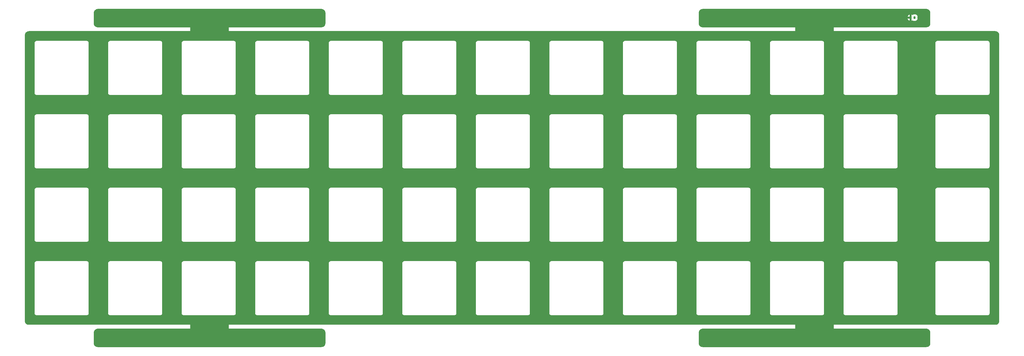
<source format=gbr>
%TF.GenerationSoftware,KiCad,Pcbnew,7.0.1-0*%
%TF.CreationDate,2023-03-31T09:51:36-05:00*%
%TF.ProjectId,plate,706c6174-652e-46b6-9963-61645f706362,rev?*%
%TF.SameCoordinates,Original*%
%TF.FileFunction,Copper,L2,Bot*%
%TF.FilePolarity,Positive*%
%FSLAX46Y46*%
G04 Gerber Fmt 4.6, Leading zero omitted, Abs format (unit mm)*
G04 Created by KiCad (PCBNEW 7.0.1-0) date 2023-03-31 09:51:36*
%MOMM*%
%LPD*%
G01*
G04 APERTURE LIST*
G04 Aperture macros list*
%AMRoundRect*
0 Rectangle with rounded corners*
0 $1 Rounding radius*
0 $2 $3 $4 $5 $6 $7 $8 $9 X,Y pos of 4 corners*
0 Add a 4 corners polygon primitive as box body*
4,1,4,$2,$3,$4,$5,$6,$7,$8,$9,$2,$3,0*
0 Add four circle primitives for the rounded corners*
1,1,$1+$1,$2,$3*
1,1,$1+$1,$4,$5*
1,1,$1+$1,$6,$7*
1,1,$1+$1,$8,$9*
0 Add four rect primitives between the rounded corners*
20,1,$1+$1,$2,$3,$4,$5,0*
20,1,$1+$1,$4,$5,$6,$7,0*
20,1,$1+$1,$6,$7,$8,$9,0*
20,1,$1+$1,$8,$9,$2,$3,0*%
G04 Aperture macros list end*
%TA.AperFunction,SMDPad,CuDef*%
%ADD10RoundRect,0.135000X0.135000X0.185000X-0.135000X0.185000X-0.135000X-0.185000X0.135000X-0.185000X0*%
%TD*%
%TA.AperFunction,ViaPad*%
%ADD11C,0.800000*%
%TD*%
%TA.AperFunction,Conductor*%
%ADD12C,0.250000*%
%TD*%
G04 APERTURE END LIST*
D10*
%TO.P,R1,2*%
%TO.N,GND*%
X250455000Y-41625000D03*
%TO.P,R1,1*%
%TO.N,unconnected-(R1-Pad1)*%
X251475000Y-41625000D03*
%TD*%
D11*
%TO.N,GND*%
X248430000Y-41625000D03*
%TD*%
D12*
%TO.N,GND*%
X250455000Y-41625000D02*
X248430000Y-41625000D01*
%TD*%
%TA.AperFunction,Conductor*%
%TO.N,GND*%
G36*
X97864750Y-39363470D02*
G01*
X97904304Y-39366929D01*
X97905190Y-39367012D01*
X98031182Y-39379421D01*
X98051091Y-39383044D01*
X98115600Y-39400328D01*
X98119414Y-39401416D01*
X98211006Y-39429200D01*
X98227390Y-39435468D01*
X98293091Y-39466103D01*
X98299064Y-39469090D01*
X98378531Y-39511566D01*
X98391187Y-39519340D01*
X98420429Y-39539816D01*
X98452114Y-39562001D01*
X98459654Y-39567722D01*
X98527693Y-39623560D01*
X98527963Y-39623781D01*
X98536978Y-39631952D01*
X98589912Y-39684885D01*
X98598086Y-39693903D01*
X98654198Y-39762277D01*
X98659917Y-39769815D01*
X98702498Y-39830624D01*
X98710283Y-39843296D01*
X98752867Y-39922964D01*
X98755889Y-39929009D01*
X98760109Y-39938059D01*
X98786369Y-39994373D01*
X98792648Y-40010782D01*
X98820374Y-40102184D01*
X98820601Y-40102930D01*
X98821715Y-40106833D01*
X98838814Y-40170649D01*
X98842442Y-40190587D01*
X98855055Y-40318642D01*
X98855180Y-40319989D01*
X98858403Y-40356825D01*
X98858875Y-40367633D01*
X98858875Y-43119584D01*
X98858403Y-43130393D01*
X98858165Y-43133104D01*
X98854956Y-43169777D01*
X98854831Y-43171119D01*
X98842457Y-43296756D01*
X98838829Y-43316696D01*
X98821488Y-43381413D01*
X98820374Y-43385314D01*
X98792700Y-43476545D01*
X98786421Y-43492954D01*
X98755679Y-43558881D01*
X98752655Y-43564931D01*
X98710378Y-43644024D01*
X98702594Y-43656695D01*
X98659713Y-43717933D01*
X98653992Y-43725473D01*
X98598246Y-43793400D01*
X98590073Y-43802417D01*
X98536784Y-43855705D01*
X98527768Y-43863877D01*
X98459907Y-43919568D01*
X98452366Y-43925289D01*
X98391006Y-43968253D01*
X98378336Y-43976036D01*
X98299500Y-44018175D01*
X98293450Y-44021200D01*
X98227238Y-44052074D01*
X98210829Y-44058352D01*
X98120191Y-44085846D01*
X98116288Y-44086961D01*
X98050952Y-44104466D01*
X98031016Y-44108093D01*
X97907597Y-44120250D01*
X97906246Y-44120375D01*
X97864481Y-44124028D01*
X97853677Y-44124500D01*
X73884135Y-44124500D01*
X73883929Y-44124459D01*
X73859373Y-44124459D01*
X73859182Y-44124538D01*
X73858994Y-44124615D01*
X73858990Y-44124618D01*
X73858834Y-44124999D01*
X73858851Y-44149616D01*
X73858846Y-44149616D01*
X73858875Y-44149760D01*
X73858875Y-45100240D01*
X73858834Y-45100446D01*
X73858834Y-45125000D01*
X73858875Y-45125099D01*
X73858992Y-45125383D01*
X73858993Y-45125384D01*
X73859183Y-45125461D01*
X73859375Y-45125541D01*
X73859377Y-45125539D01*
X73883991Y-45125524D01*
X73883991Y-45125528D01*
X73884135Y-45125500D01*
X220528365Y-45125500D01*
X220528508Y-45125528D01*
X220528509Y-45125524D01*
X220553122Y-45125539D01*
X220553125Y-45125541D01*
X220553508Y-45125383D01*
X220553625Y-45125099D01*
X220553666Y-45125000D01*
X220553666Y-45100446D01*
X220553625Y-45100240D01*
X220553625Y-44149760D01*
X220553653Y-44149616D01*
X220553649Y-44149616D01*
X220553664Y-44125002D01*
X220553666Y-44125000D01*
X220553586Y-44124808D01*
X220553509Y-44124618D01*
X220553505Y-44124614D01*
X220553319Y-44124538D01*
X220553127Y-44124459D01*
X220528571Y-44124459D01*
X220528365Y-44124500D01*
X196558537Y-44124500D01*
X196547730Y-44124028D01*
X196544212Y-44123720D01*
X196508473Y-44120593D01*
X196507130Y-44120468D01*
X196381332Y-44108079D01*
X196361393Y-44104451D01*
X196296944Y-44087183D01*
X196293041Y-44086069D01*
X196201498Y-44058300D01*
X196185094Y-44052024D01*
X196119438Y-44021410D01*
X196113402Y-44018392D01*
X196033977Y-43975938D01*
X196021309Y-43968156D01*
X195960384Y-43925497D01*
X195952841Y-43919774D01*
X195884535Y-43863717D01*
X195875520Y-43855546D01*
X195822586Y-43802613D01*
X195814412Y-43793595D01*
X195758300Y-43725221D01*
X195752581Y-43717683D01*
X195740932Y-43701047D01*
X195709993Y-43656862D01*
X195702221Y-43644211D01*
X195659614Y-43564501D01*
X195656624Y-43558520D01*
X195626126Y-43493117D01*
X195619855Y-43476730D01*
X195591867Y-43384465D01*
X195590804Y-43380740D01*
X195573682Y-43316842D01*
X195570058Y-43296921D01*
X195557424Y-43168650D01*
X195557324Y-43167574D01*
X195554096Y-43130684D01*
X195553625Y-43119881D01*
X195553625Y-41875000D01*
X249685069Y-41875000D01*
X249687833Y-41910127D01*
X249732593Y-42064192D01*
X249814264Y-42202290D01*
X249927709Y-42315735D01*
X250065804Y-42397404D01*
X250205000Y-42437844D01*
X250205000Y-41875000D01*
X249685069Y-41875000D01*
X195553625Y-41875000D01*
X195553625Y-41874180D01*
X250704500Y-41874180D01*
X250704618Y-41875668D01*
X250705000Y-41885393D01*
X250705000Y-42437844D01*
X250844193Y-42397405D01*
X250901386Y-42363581D01*
X250964508Y-42346313D01*
X251027629Y-42363581D01*
X251085607Y-42397869D01*
X251239796Y-42442665D01*
X251275819Y-42445500D01*
X251674180Y-42445499D01*
X251710204Y-42442665D01*
X251864393Y-42397869D01*
X252002598Y-42316135D01*
X252116135Y-42202598D01*
X252197869Y-42064393D01*
X252242665Y-41910204D01*
X252245500Y-41874181D01*
X252245499Y-41375820D01*
X252242665Y-41339796D01*
X252197869Y-41185607D01*
X252116135Y-41047402D01*
X252002598Y-40933865D01*
X251922371Y-40886419D01*
X251864392Y-40852130D01*
X251710206Y-40807335D01*
X251695794Y-40806200D01*
X251674181Y-40804500D01*
X251674178Y-40804500D01*
X251275820Y-40804500D01*
X251239794Y-40807335D01*
X251085607Y-40852130D01*
X251027627Y-40886419D01*
X250964507Y-40903686D01*
X250901387Y-40886418D01*
X250844195Y-40852595D01*
X250704999Y-40812155D01*
X250705000Y-40812156D01*
X250705000Y-41364592D01*
X250704618Y-41374318D01*
X250704500Y-41375817D01*
X250704500Y-41874180D01*
X195553625Y-41874180D01*
X195553625Y-41375000D01*
X249685069Y-41375000D01*
X250205000Y-41375000D01*
X250205000Y-40812155D01*
X250065804Y-40852595D01*
X249927709Y-40934264D01*
X249814264Y-41047709D01*
X249732593Y-41185807D01*
X249687833Y-41339872D01*
X249685069Y-41375000D01*
X195553625Y-41375000D01*
X195553625Y-40367912D01*
X195554097Y-40357106D01*
X195557540Y-40317749D01*
X195557665Y-40316401D01*
X195570043Y-40190730D01*
X195573666Y-40170815D01*
X195591032Y-40106007D01*
X195592104Y-40102255D01*
X195619808Y-40010926D01*
X195626070Y-39994560D01*
X195656846Y-39928561D01*
X195659808Y-39922636D01*
X195702133Y-39843452D01*
X195709885Y-39830833D01*
X195752811Y-39769530D01*
X195758487Y-39762049D01*
X195814269Y-39694078D01*
X195822416Y-39685090D01*
X195875726Y-39631781D01*
X195884707Y-39623641D01*
X195952606Y-39567918D01*
X195960122Y-39562216D01*
X196021507Y-39519235D01*
X196034148Y-39511470D01*
X196113029Y-39469307D01*
X196119002Y-39466320D01*
X196185281Y-39435415D01*
X196201653Y-39429152D01*
X196292364Y-39401635D01*
X196296139Y-39400557D01*
X196361555Y-39383030D01*
X196381474Y-39379406D01*
X196505095Y-39367230D01*
X196505925Y-39367153D01*
X196548027Y-39363470D01*
X196558825Y-39363000D01*
X254547708Y-39363000D01*
X254558518Y-39363472D01*
X254598048Y-39366931D01*
X254599315Y-39367049D01*
X254724867Y-39379415D01*
X254744785Y-39383039D01*
X254809734Y-39400444D01*
X254813545Y-39401532D01*
X254904628Y-39429161D01*
X254921021Y-39435434D01*
X254987168Y-39466280D01*
X254993176Y-39469283D01*
X255072077Y-39511457D01*
X255084736Y-39519233D01*
X255114105Y-39539799D01*
X255146168Y-39562250D01*
X255153708Y-39567971D01*
X255221443Y-39623560D01*
X255230460Y-39631733D01*
X255283896Y-39685170D01*
X255292067Y-39694185D01*
X255347616Y-39761871D01*
X255353338Y-39769413D01*
X255396414Y-39830933D01*
X255404194Y-39843598D01*
X255446240Y-39922259D01*
X255449255Y-39928290D01*
X255480214Y-39994685D01*
X255486492Y-40011094D01*
X255513925Y-40101531D01*
X255515039Y-40105431D01*
X255532593Y-40170942D01*
X255536221Y-40190882D01*
X255548363Y-40314161D01*
X255548488Y-40315505D01*
X255552153Y-40357386D01*
X255552625Y-40368196D01*
X255552625Y-43119586D01*
X255552153Y-43130395D01*
X255548710Y-43169744D01*
X255548585Y-43171090D01*
X255536206Y-43296767D01*
X255532578Y-43316704D01*
X255515260Y-43381339D01*
X255514145Y-43385243D01*
X255486440Y-43476572D01*
X255480163Y-43492978D01*
X255449468Y-43558807D01*
X255446442Y-43564860D01*
X255404096Y-43644081D01*
X255396316Y-43656747D01*
X255353546Y-43717832D01*
X255347822Y-43725376D01*
X255291906Y-43793510D01*
X255283735Y-43802525D01*
X255230660Y-43855601D01*
X255221642Y-43863775D01*
X255153444Y-43919743D01*
X255145905Y-43925462D01*
X255084927Y-43968161D01*
X255072256Y-43975946D01*
X254992799Y-44018417D01*
X254986750Y-44021441D01*
X254921200Y-44052008D01*
X254904791Y-44058286D01*
X254812835Y-44086181D01*
X254808934Y-44087295D01*
X254744952Y-44104440D01*
X254725012Y-44108069D01*
X254597109Y-44120667D01*
X254595767Y-44120792D01*
X254558798Y-44124028D01*
X254547985Y-44124500D01*
X230577885Y-44124500D01*
X230577679Y-44124459D01*
X230553123Y-44124459D01*
X230552932Y-44124538D01*
X230552744Y-44124615D01*
X230552740Y-44124618D01*
X230552584Y-44124999D01*
X230552601Y-44149616D01*
X230552596Y-44149616D01*
X230552625Y-44149760D01*
X230552625Y-45100240D01*
X230552584Y-45100446D01*
X230552584Y-45125000D01*
X230552625Y-45125099D01*
X230552741Y-45125382D01*
X230552742Y-45125383D01*
X230552743Y-45125384D01*
X230552933Y-45125461D01*
X230553125Y-45125541D01*
X230553127Y-45125539D01*
X230577741Y-45125524D01*
X230577741Y-45125528D01*
X230577885Y-45125500D01*
X272407087Y-45125500D01*
X272417892Y-45125972D01*
X272429933Y-45127025D01*
X272457380Y-45129426D01*
X272458461Y-45129526D01*
X272584273Y-45141918D01*
X272604187Y-45145541D01*
X272668935Y-45162890D01*
X272672702Y-45163966D01*
X272764070Y-45191681D01*
X272780459Y-45197952D01*
X272846352Y-45228679D01*
X272852389Y-45231698D01*
X272931550Y-45274010D01*
X272944209Y-45281786D01*
X273005388Y-45324624D01*
X273012927Y-45330344D01*
X273080955Y-45386172D01*
X273089972Y-45394345D01*
X273143153Y-45447526D01*
X273151326Y-45456543D01*
X273207154Y-45524571D01*
X273212874Y-45532110D01*
X273255704Y-45593276D01*
X273263488Y-45605948D01*
X273305800Y-45685109D01*
X273308824Y-45691156D01*
X273339541Y-45757027D01*
X273345820Y-45773438D01*
X273373513Y-45864730D01*
X273374627Y-45868632D01*
X273391954Y-45933299D01*
X273395582Y-45953239D01*
X273407956Y-46078882D01*
X273408081Y-46080223D01*
X273411528Y-46119604D01*
X273412000Y-46130416D01*
X273412000Y-120319584D01*
X273411528Y-120330397D01*
X273408081Y-120369776D01*
X273407956Y-120371116D01*
X273395582Y-120496759D01*
X273391954Y-120516699D01*
X273374627Y-120581366D01*
X273373513Y-120585268D01*
X273345820Y-120676560D01*
X273339541Y-120692971D01*
X273308824Y-120758842D01*
X273305800Y-120764889D01*
X273263488Y-120844050D01*
X273255704Y-120856722D01*
X273212874Y-120917888D01*
X273207154Y-120925427D01*
X273151326Y-120993455D01*
X273143153Y-121002472D01*
X273089972Y-121055653D01*
X273080955Y-121063826D01*
X273012927Y-121119654D01*
X273005388Y-121125374D01*
X272944222Y-121168204D01*
X272931550Y-121175988D01*
X272852389Y-121218300D01*
X272846342Y-121221324D01*
X272780471Y-121252041D01*
X272764060Y-121258320D01*
X272672768Y-121286013D01*
X272668866Y-121287127D01*
X272604199Y-121304454D01*
X272584259Y-121308082D01*
X272458616Y-121320456D01*
X272457276Y-121320581D01*
X272422260Y-121323646D01*
X272417892Y-121324028D01*
X272407084Y-121324500D01*
X230577885Y-121324500D01*
X230577679Y-121324459D01*
X230553123Y-121324459D01*
X230552932Y-121324538D01*
X230552744Y-121324615D01*
X230552740Y-121324618D01*
X230552584Y-121324999D01*
X230552601Y-121349616D01*
X230552596Y-121349616D01*
X230552625Y-121349760D01*
X230552625Y-122300240D01*
X230552584Y-122300446D01*
X230552584Y-122325000D01*
X230552625Y-122325099D01*
X230552741Y-122325382D01*
X230552742Y-122325383D01*
X230552743Y-122325384D01*
X230552933Y-122325462D01*
X230553125Y-122325541D01*
X230553127Y-122325539D01*
X230577741Y-122325524D01*
X230577741Y-122325528D01*
X230577885Y-122325500D01*
X254547708Y-122325500D01*
X254558518Y-122325972D01*
X254598048Y-122329431D01*
X254599315Y-122329549D01*
X254724867Y-122341915D01*
X254744785Y-122345539D01*
X254809734Y-122362944D01*
X254813545Y-122364032D01*
X254904628Y-122391661D01*
X254921021Y-122397934D01*
X254987168Y-122428780D01*
X254993176Y-122431783D01*
X255072077Y-122473957D01*
X255084736Y-122481733D01*
X255114105Y-122502299D01*
X255146168Y-122524750D01*
X255153708Y-122530471D01*
X255221443Y-122586060D01*
X255230460Y-122594233D01*
X255283896Y-122647670D01*
X255292067Y-122656685D01*
X255347616Y-122724371D01*
X255353338Y-122731913D01*
X255396414Y-122793433D01*
X255404194Y-122806098D01*
X255446240Y-122884759D01*
X255449255Y-122890790D01*
X255480214Y-122957185D01*
X255486492Y-122973594D01*
X255513925Y-123064031D01*
X255515039Y-123067931D01*
X255532593Y-123133442D01*
X255536221Y-123153382D01*
X255548363Y-123276661D01*
X255548488Y-123278005D01*
X255552153Y-123319886D01*
X255552625Y-123330696D01*
X255552625Y-126082086D01*
X255552153Y-126092895D01*
X255548710Y-126132244D01*
X255548585Y-126133590D01*
X255536206Y-126259267D01*
X255532578Y-126279204D01*
X255515260Y-126343839D01*
X255514145Y-126347743D01*
X255486440Y-126439072D01*
X255480163Y-126455478D01*
X255449468Y-126521307D01*
X255446442Y-126527360D01*
X255404096Y-126606581D01*
X255396316Y-126619247D01*
X255353546Y-126680332D01*
X255347822Y-126687876D01*
X255291906Y-126756010D01*
X255283735Y-126765025D01*
X255230660Y-126818101D01*
X255221642Y-126826275D01*
X255153444Y-126882243D01*
X255145905Y-126887962D01*
X255084927Y-126930661D01*
X255072256Y-126938446D01*
X254992799Y-126980917D01*
X254986750Y-126983941D01*
X254921200Y-127014508D01*
X254904791Y-127020786D01*
X254812835Y-127048681D01*
X254808934Y-127049795D01*
X254744952Y-127066940D01*
X254725012Y-127070569D01*
X254597109Y-127083167D01*
X254595767Y-127083292D01*
X254558798Y-127086528D01*
X254547985Y-127087000D01*
X196558537Y-127087000D01*
X196547730Y-127086528D01*
X196544212Y-127086220D01*
X196508473Y-127083093D01*
X196507130Y-127082968D01*
X196381332Y-127070579D01*
X196361393Y-127066951D01*
X196296944Y-127049683D01*
X196293041Y-127048569D01*
X196201498Y-127020800D01*
X196185094Y-127014524D01*
X196119438Y-126983910D01*
X196113402Y-126980892D01*
X196033977Y-126938438D01*
X196021309Y-126930656D01*
X195960384Y-126887997D01*
X195952841Y-126882274D01*
X195884535Y-126826217D01*
X195875520Y-126818046D01*
X195822586Y-126765113D01*
X195814412Y-126756095D01*
X195758300Y-126687721D01*
X195752581Y-126680183D01*
X195740932Y-126663547D01*
X195709993Y-126619362D01*
X195702221Y-126606711D01*
X195659614Y-126527001D01*
X195656624Y-126521020D01*
X195626126Y-126455617D01*
X195619855Y-126439230D01*
X195591867Y-126346965D01*
X195590804Y-126343240D01*
X195573682Y-126279342D01*
X195570058Y-126259421D01*
X195557424Y-126131150D01*
X195557324Y-126130074D01*
X195554096Y-126093184D01*
X195553625Y-126082381D01*
X195553625Y-123330412D01*
X195554097Y-123319606D01*
X195557540Y-123280249D01*
X195557665Y-123278901D01*
X195570043Y-123153230D01*
X195573666Y-123133315D01*
X195591032Y-123068507D01*
X195592104Y-123064755D01*
X195619808Y-122973426D01*
X195626070Y-122957060D01*
X195656846Y-122891061D01*
X195659808Y-122885136D01*
X195702133Y-122805952D01*
X195709885Y-122793333D01*
X195752811Y-122732030D01*
X195758487Y-122724549D01*
X195814269Y-122656578D01*
X195822416Y-122647590D01*
X195875726Y-122594281D01*
X195884707Y-122586141D01*
X195952606Y-122530418D01*
X195960122Y-122524716D01*
X196021507Y-122481735D01*
X196034148Y-122473970D01*
X196113029Y-122431807D01*
X196119002Y-122428820D01*
X196185281Y-122397915D01*
X196201653Y-122391652D01*
X196292364Y-122364135D01*
X196296139Y-122363057D01*
X196361555Y-122345530D01*
X196381474Y-122341906D01*
X196505095Y-122329730D01*
X196505925Y-122329653D01*
X196548027Y-122325970D01*
X196558825Y-122325500D01*
X220528365Y-122325500D01*
X220528508Y-122325528D01*
X220528509Y-122325524D01*
X220553122Y-122325539D01*
X220553125Y-122325541D01*
X220553508Y-122325383D01*
X220553625Y-122325099D01*
X220553666Y-122325000D01*
X220553666Y-122300446D01*
X220553625Y-122300240D01*
X220553625Y-121349760D01*
X220553653Y-121349616D01*
X220553649Y-121349616D01*
X220553664Y-121325002D01*
X220553666Y-121325000D01*
X220553586Y-121324808D01*
X220553509Y-121324618D01*
X220553505Y-121324614D01*
X220553319Y-121324538D01*
X220553127Y-121324459D01*
X220528571Y-121324459D01*
X220528365Y-121324500D01*
X73884135Y-121324500D01*
X73883929Y-121324459D01*
X73859373Y-121324459D01*
X73859182Y-121324538D01*
X73858994Y-121324615D01*
X73858990Y-121324618D01*
X73858834Y-121324999D01*
X73858851Y-121349616D01*
X73858846Y-121349616D01*
X73858875Y-121349760D01*
X73858875Y-122300240D01*
X73858834Y-122300446D01*
X73858834Y-122325000D01*
X73858875Y-122325099D01*
X73858991Y-122325382D01*
X73858992Y-122325383D01*
X73858993Y-122325384D01*
X73859183Y-122325462D01*
X73859375Y-122325541D01*
X73859377Y-122325539D01*
X73883991Y-122325524D01*
X73883991Y-122325528D01*
X73884135Y-122325500D01*
X97853967Y-122325500D01*
X97864750Y-122325970D01*
X97904304Y-122329429D01*
X97905190Y-122329512D01*
X98031182Y-122341921D01*
X98051091Y-122345544D01*
X98115600Y-122362828D01*
X98119414Y-122363916D01*
X98211006Y-122391700D01*
X98227390Y-122397968D01*
X98293091Y-122428603D01*
X98299064Y-122431590D01*
X98378531Y-122474066D01*
X98391187Y-122481840D01*
X98420429Y-122502316D01*
X98452114Y-122524501D01*
X98459654Y-122530222D01*
X98527693Y-122586060D01*
X98527963Y-122586281D01*
X98536978Y-122594452D01*
X98589912Y-122647385D01*
X98598086Y-122656403D01*
X98654198Y-122724777D01*
X98659917Y-122732315D01*
X98702498Y-122793124D01*
X98710283Y-122805796D01*
X98752867Y-122885464D01*
X98755889Y-122891509D01*
X98760109Y-122900559D01*
X98786369Y-122956873D01*
X98792648Y-122973282D01*
X98820374Y-123064684D01*
X98820601Y-123065430D01*
X98821715Y-123069333D01*
X98838814Y-123133149D01*
X98842442Y-123153087D01*
X98855055Y-123281142D01*
X98855180Y-123282489D01*
X98858403Y-123319325D01*
X98858875Y-123330133D01*
X98858875Y-126082084D01*
X98858403Y-126092893D01*
X98858165Y-126095604D01*
X98854956Y-126132277D01*
X98854831Y-126133619D01*
X98842457Y-126259256D01*
X98838829Y-126279196D01*
X98821488Y-126343913D01*
X98820374Y-126347814D01*
X98792700Y-126439045D01*
X98786421Y-126455454D01*
X98755679Y-126521381D01*
X98752655Y-126527431D01*
X98710378Y-126606524D01*
X98702594Y-126619195D01*
X98659713Y-126680433D01*
X98653992Y-126687973D01*
X98598246Y-126755900D01*
X98590073Y-126764917D01*
X98536784Y-126818205D01*
X98527768Y-126826377D01*
X98459907Y-126882068D01*
X98452366Y-126887789D01*
X98391006Y-126930753D01*
X98378336Y-126938536D01*
X98299500Y-126980675D01*
X98293450Y-126983700D01*
X98227238Y-127014574D01*
X98210829Y-127020852D01*
X98120191Y-127048346D01*
X98116288Y-127049461D01*
X98050952Y-127066966D01*
X98031016Y-127070593D01*
X97907597Y-127082750D01*
X97906246Y-127082875D01*
X97864481Y-127086528D01*
X97853677Y-127087000D01*
X39864796Y-127087000D01*
X39853982Y-127086528D01*
X39814471Y-127083069D01*
X39813131Y-127082944D01*
X39687643Y-127070585D01*
X39667701Y-127066956D01*
X39602817Y-127049569D01*
X39598919Y-127048456D01*
X39507879Y-127020840D01*
X39491466Y-127014560D01*
X39425342Y-126983724D01*
X39419295Y-126980701D01*
X39340431Y-126938547D01*
X39327760Y-126930763D01*
X39266330Y-126887748D01*
X39258790Y-126882027D01*
X39191055Y-126826438D01*
X39182038Y-126818265D01*
X39128602Y-126764828D01*
X39120431Y-126755813D01*
X39064882Y-126688127D01*
X39059160Y-126680585D01*
X39058879Y-126680183D01*
X39016080Y-126619058D01*
X39008310Y-126606411D01*
X38966244Y-126527711D01*
X38963260Y-126521742D01*
X38932282Y-126455309D01*
X38926006Y-126438904D01*
X38898573Y-126348467D01*
X38897459Y-126344567D01*
X38897264Y-126343839D01*
X38879902Y-126279042D01*
X38876279Y-126259129D01*
X38864105Y-126135530D01*
X38864049Y-126134927D01*
X38860345Y-126092592D01*
X38859875Y-126081801D01*
X38859875Y-123330410D01*
X38860347Y-123319606D01*
X38860585Y-123316878D01*
X38863808Y-123280041D01*
X38863892Y-123279134D01*
X38876294Y-123153218D01*
X38879919Y-123133302D01*
X38897268Y-123068552D01*
X38898333Y-123064822D01*
X38926058Y-122973425D01*
X38932335Y-122957020D01*
X38932404Y-122956873D01*
X38963051Y-122891147D01*
X38966035Y-122885179D01*
X39008403Y-122805914D01*
X39016169Y-122793271D01*
X39058987Y-122732119D01*
X39064652Y-122724652D01*
X39120612Y-122656465D01*
X39128751Y-122647485D01*
X39181847Y-122594388D01*
X39190836Y-122586240D01*
X39259072Y-122530241D01*
X39266586Y-122524540D01*
X39327579Y-122481831D01*
X39340218Y-122474066D01*
X39419757Y-122431551D01*
X39425720Y-122428570D01*
X39491297Y-122397990D01*
X39507707Y-122391712D01*
X39549512Y-122379030D01*
X39599692Y-122363808D01*
X39603510Y-122362718D01*
X39667554Y-122345556D01*
X39687477Y-122341930D01*
X39815559Y-122329315D01*
X39816754Y-122329204D01*
X39844717Y-122326757D01*
X39853691Y-122325972D01*
X39864500Y-122325500D01*
X63834615Y-122325500D01*
X63834758Y-122325528D01*
X63834759Y-122325524D01*
X63859372Y-122325539D01*
X63859375Y-122325541D01*
X63859758Y-122325383D01*
X63859875Y-122325099D01*
X63859916Y-122325000D01*
X63859916Y-122300446D01*
X63859875Y-122300240D01*
X63859875Y-121349760D01*
X63859903Y-121349616D01*
X63859899Y-121349616D01*
X63859914Y-121325002D01*
X63859916Y-121325000D01*
X63859836Y-121324808D01*
X63859759Y-121324618D01*
X63859755Y-121324614D01*
X63859569Y-121324538D01*
X63859377Y-121324459D01*
X63834821Y-121324459D01*
X63834615Y-121324500D01*
X22005416Y-121324500D01*
X21994606Y-121324028D01*
X21992001Y-121323800D01*
X21955223Y-121320581D01*
X21953882Y-121320456D01*
X21828239Y-121308082D01*
X21808299Y-121304454D01*
X21743632Y-121287127D01*
X21739730Y-121286013D01*
X21648438Y-121258320D01*
X21632027Y-121252041D01*
X21566156Y-121221324D01*
X21560109Y-121218300D01*
X21480948Y-121175988D01*
X21468281Y-121168207D01*
X21438983Y-121147692D01*
X21407110Y-121125374D01*
X21399571Y-121119654D01*
X21331543Y-121063826D01*
X21322526Y-121055653D01*
X21269345Y-121002472D01*
X21261172Y-120993455D01*
X21205344Y-120925427D01*
X21199624Y-120917888D01*
X21187837Y-120901055D01*
X21156786Y-120856709D01*
X21149010Y-120844050D01*
X21106698Y-120764889D01*
X21103674Y-120758842D01*
X21099292Y-120749445D01*
X21072952Y-120692959D01*
X21066681Y-120676570D01*
X21038966Y-120585202D01*
X21037890Y-120581435D01*
X21020541Y-120516687D01*
X21016918Y-120496773D01*
X21004526Y-120370961D01*
X21004417Y-120369776D01*
X21000972Y-120330392D01*
X21000500Y-120319587D01*
X21000500Y-118356394D01*
X23524500Y-118356394D01*
X23549596Y-118466350D01*
X23598532Y-118567967D01*
X23633196Y-118611433D01*
X23668854Y-118656146D01*
X23711964Y-118690525D01*
X23757032Y-118726467D01*
X23858649Y-118775403D01*
X23968606Y-118800500D01*
X23968607Y-118800500D01*
X24024901Y-118800500D01*
X24025000Y-118800500D01*
X24025500Y-118800500D01*
X37024500Y-118800500D01*
X37025099Y-118800500D01*
X37081393Y-118800500D01*
X37081394Y-118800500D01*
X37140646Y-118786976D01*
X37191351Y-118775403D01*
X37292967Y-118726467D01*
X37381146Y-118656146D01*
X37451467Y-118567967D01*
X37500403Y-118466351D01*
X37525500Y-118356394D01*
X42574500Y-118356394D01*
X42599596Y-118466350D01*
X42648532Y-118567967D01*
X42683196Y-118611433D01*
X42718854Y-118656146D01*
X42761964Y-118690525D01*
X42807032Y-118726467D01*
X42908649Y-118775403D01*
X43018606Y-118800500D01*
X43018607Y-118800500D01*
X43074901Y-118800500D01*
X43075000Y-118800500D01*
X43075500Y-118800500D01*
X56074500Y-118800500D01*
X56075099Y-118800500D01*
X56131393Y-118800500D01*
X56131394Y-118800500D01*
X56190646Y-118786976D01*
X56241351Y-118775403D01*
X56342967Y-118726467D01*
X56431146Y-118656146D01*
X56501467Y-118567967D01*
X56550403Y-118466351D01*
X56575500Y-118356394D01*
X61624500Y-118356394D01*
X61649596Y-118466350D01*
X61698532Y-118567967D01*
X61733196Y-118611433D01*
X61768854Y-118656146D01*
X61811964Y-118690525D01*
X61857032Y-118726467D01*
X61958649Y-118775403D01*
X62068606Y-118800500D01*
X62068607Y-118800500D01*
X62124901Y-118800500D01*
X62125000Y-118800500D01*
X62125500Y-118800500D01*
X75124500Y-118800500D01*
X75125099Y-118800500D01*
X75181393Y-118800500D01*
X75181394Y-118800500D01*
X75240646Y-118786976D01*
X75291351Y-118775403D01*
X75392967Y-118726467D01*
X75481146Y-118656146D01*
X75551467Y-118567967D01*
X75600403Y-118466351D01*
X75625500Y-118356394D01*
X80674500Y-118356394D01*
X80699596Y-118466350D01*
X80748532Y-118567967D01*
X80783196Y-118611433D01*
X80818854Y-118656146D01*
X80861964Y-118690525D01*
X80907032Y-118726467D01*
X81008649Y-118775403D01*
X81118606Y-118800500D01*
X81118607Y-118800500D01*
X81174901Y-118800500D01*
X81175000Y-118800500D01*
X81175500Y-118800500D01*
X94174500Y-118800500D01*
X94175099Y-118800500D01*
X94231393Y-118800500D01*
X94231394Y-118800500D01*
X94290646Y-118786976D01*
X94341351Y-118775403D01*
X94442967Y-118726467D01*
X94531146Y-118656146D01*
X94601467Y-118567967D01*
X94650403Y-118466351D01*
X94675500Y-118356394D01*
X99724500Y-118356394D01*
X99749596Y-118466350D01*
X99798532Y-118567967D01*
X99833196Y-118611433D01*
X99868854Y-118656146D01*
X99911964Y-118690525D01*
X99957032Y-118726467D01*
X100058649Y-118775403D01*
X100168606Y-118800500D01*
X100168607Y-118800500D01*
X100224901Y-118800500D01*
X100225000Y-118800500D01*
X100225500Y-118800500D01*
X113224500Y-118800500D01*
X113225099Y-118800500D01*
X113281393Y-118800500D01*
X113281394Y-118800500D01*
X113340646Y-118786976D01*
X113391351Y-118775403D01*
X113492967Y-118726467D01*
X113581146Y-118656146D01*
X113651467Y-118567967D01*
X113700403Y-118466351D01*
X113725500Y-118356394D01*
X118774500Y-118356394D01*
X118799596Y-118466350D01*
X118848532Y-118567967D01*
X118883196Y-118611433D01*
X118918854Y-118656146D01*
X118961964Y-118690525D01*
X119007032Y-118726467D01*
X119108649Y-118775403D01*
X119218606Y-118800500D01*
X119218607Y-118800500D01*
X119274901Y-118800500D01*
X119275000Y-118800500D01*
X119275500Y-118800500D01*
X132274500Y-118800500D01*
X132275099Y-118800500D01*
X132331393Y-118800500D01*
X132331394Y-118800500D01*
X132390646Y-118786976D01*
X132441351Y-118775403D01*
X132542967Y-118726467D01*
X132631146Y-118656146D01*
X132701467Y-118567967D01*
X132750403Y-118466351D01*
X132775500Y-118356394D01*
X137824500Y-118356394D01*
X137849596Y-118466350D01*
X137898532Y-118567967D01*
X137933196Y-118611433D01*
X137968854Y-118656146D01*
X138011964Y-118690525D01*
X138057032Y-118726467D01*
X138158649Y-118775403D01*
X138268606Y-118800500D01*
X138268607Y-118800500D01*
X138324901Y-118800500D01*
X138325000Y-118800500D01*
X138325500Y-118800500D01*
X151324500Y-118800500D01*
X151325099Y-118800500D01*
X151381393Y-118800500D01*
X151381394Y-118800500D01*
X151440646Y-118786976D01*
X151491351Y-118775403D01*
X151592967Y-118726467D01*
X151681146Y-118656146D01*
X151751467Y-118567967D01*
X151800403Y-118466351D01*
X151825500Y-118356394D01*
X156874500Y-118356394D01*
X156899596Y-118466350D01*
X156948532Y-118567967D01*
X156983196Y-118611433D01*
X157018854Y-118656146D01*
X157061964Y-118690525D01*
X157107032Y-118726467D01*
X157208649Y-118775403D01*
X157318606Y-118800500D01*
X157318607Y-118800500D01*
X157374901Y-118800500D01*
X157375000Y-118800500D01*
X157375500Y-118800500D01*
X170374500Y-118800500D01*
X170375099Y-118800500D01*
X170431393Y-118800500D01*
X170431394Y-118800500D01*
X170490646Y-118786976D01*
X170541351Y-118775403D01*
X170642967Y-118726467D01*
X170731146Y-118656146D01*
X170801467Y-118567967D01*
X170850403Y-118466351D01*
X170875500Y-118356394D01*
X175924500Y-118356394D01*
X175949596Y-118466350D01*
X175998532Y-118567967D01*
X176033196Y-118611433D01*
X176068854Y-118656146D01*
X176111964Y-118690525D01*
X176157032Y-118726467D01*
X176258649Y-118775403D01*
X176368606Y-118800500D01*
X176368607Y-118800500D01*
X176424901Y-118800500D01*
X176425000Y-118800500D01*
X176425500Y-118800500D01*
X189424500Y-118800500D01*
X189425099Y-118800500D01*
X189481393Y-118800500D01*
X189481394Y-118800500D01*
X189540646Y-118786976D01*
X189591351Y-118775403D01*
X189692967Y-118726467D01*
X189781146Y-118656146D01*
X189851467Y-118567967D01*
X189900403Y-118466351D01*
X189925500Y-118356394D01*
X194974500Y-118356394D01*
X194999596Y-118466350D01*
X195048532Y-118567967D01*
X195083196Y-118611433D01*
X195118854Y-118656146D01*
X195161964Y-118690525D01*
X195207032Y-118726467D01*
X195308649Y-118775403D01*
X195418606Y-118800500D01*
X195418607Y-118800500D01*
X195474901Y-118800500D01*
X195475000Y-118800500D01*
X195475500Y-118800500D01*
X208474500Y-118800500D01*
X208475099Y-118800500D01*
X208531393Y-118800500D01*
X208531394Y-118800500D01*
X208590646Y-118786976D01*
X208641351Y-118775403D01*
X208742967Y-118726467D01*
X208831146Y-118656146D01*
X208901467Y-118567967D01*
X208950403Y-118466351D01*
X208975500Y-118356394D01*
X214024500Y-118356394D01*
X214049596Y-118466350D01*
X214098532Y-118567967D01*
X214133196Y-118611433D01*
X214168854Y-118656146D01*
X214211964Y-118690525D01*
X214257032Y-118726467D01*
X214358649Y-118775403D01*
X214468606Y-118800500D01*
X214468607Y-118800500D01*
X214524901Y-118800500D01*
X214525000Y-118800500D01*
X214525500Y-118800500D01*
X227524500Y-118800500D01*
X227525099Y-118800500D01*
X227581393Y-118800500D01*
X227581394Y-118800500D01*
X227640646Y-118786976D01*
X227691351Y-118775403D01*
X227792967Y-118726467D01*
X227881146Y-118656146D01*
X227951467Y-118567967D01*
X228000403Y-118466351D01*
X228025500Y-118356394D01*
X233074500Y-118356394D01*
X233099596Y-118466350D01*
X233148532Y-118567967D01*
X233183196Y-118611433D01*
X233218854Y-118656146D01*
X233261964Y-118690525D01*
X233307032Y-118726467D01*
X233408649Y-118775403D01*
X233518606Y-118800500D01*
X233518607Y-118800500D01*
X233574901Y-118800500D01*
X233575000Y-118800500D01*
X233575500Y-118800500D01*
X246574500Y-118800500D01*
X246575099Y-118800500D01*
X246631393Y-118800500D01*
X246631394Y-118800500D01*
X246690646Y-118786976D01*
X246741351Y-118775403D01*
X246842967Y-118726467D01*
X246931146Y-118656146D01*
X247001467Y-118567967D01*
X247050403Y-118466351D01*
X247075500Y-118356394D01*
X256887000Y-118356394D01*
X256912096Y-118466350D01*
X256961032Y-118567967D01*
X256995696Y-118611433D01*
X257031354Y-118656146D01*
X257074464Y-118690525D01*
X257119532Y-118726467D01*
X257221149Y-118775403D01*
X257331106Y-118800500D01*
X257331107Y-118800500D01*
X257387401Y-118800500D01*
X257387500Y-118800500D01*
X257388000Y-118800500D01*
X270387000Y-118800500D01*
X270387599Y-118800500D01*
X270443893Y-118800500D01*
X270443894Y-118800500D01*
X270503146Y-118786976D01*
X270553851Y-118775403D01*
X270655467Y-118726467D01*
X270743646Y-118656146D01*
X270813967Y-118567967D01*
X270862903Y-118466351D01*
X270888000Y-118356393D01*
X270888000Y-118300000D01*
X270888000Y-118299500D01*
X270888000Y-105299901D01*
X270888000Y-105243607D01*
X270875502Y-105188851D01*
X270862903Y-105133649D01*
X270813967Y-105032032D01*
X270779304Y-104988567D01*
X270743646Y-104943854D01*
X270704523Y-104912654D01*
X270655467Y-104873532D01*
X270553850Y-104824596D01*
X270443894Y-104799500D01*
X270443893Y-104799500D01*
X270387599Y-104799500D01*
X257388000Y-104799500D01*
X257387500Y-104799500D01*
X257331107Y-104799500D01*
X257331106Y-104799500D01*
X257221149Y-104824596D01*
X257119532Y-104873532D01*
X257031354Y-104943854D01*
X256961032Y-105032032D01*
X256912096Y-105133649D01*
X256887000Y-105243606D01*
X256887000Y-118356394D01*
X247075500Y-118356394D01*
X247075500Y-118356393D01*
X247075500Y-118300000D01*
X247075500Y-118299500D01*
X247075500Y-105299901D01*
X247075500Y-105243607D01*
X247063002Y-105188851D01*
X247050403Y-105133649D01*
X247001467Y-105032032D01*
X246966804Y-104988567D01*
X246931146Y-104943854D01*
X246892023Y-104912654D01*
X246842967Y-104873532D01*
X246741350Y-104824596D01*
X246631394Y-104799500D01*
X246631393Y-104799500D01*
X246575099Y-104799500D01*
X233575500Y-104799500D01*
X233575000Y-104799500D01*
X233518607Y-104799500D01*
X233518606Y-104799500D01*
X233408649Y-104824596D01*
X233307032Y-104873532D01*
X233218854Y-104943854D01*
X233148532Y-105032032D01*
X233099596Y-105133649D01*
X233074500Y-105243606D01*
X233074500Y-118356394D01*
X228025500Y-118356394D01*
X228025500Y-118356393D01*
X228025500Y-118300000D01*
X228025500Y-118299500D01*
X228025500Y-105299901D01*
X228025500Y-105243607D01*
X228013002Y-105188851D01*
X228000403Y-105133649D01*
X227951467Y-105032032D01*
X227916804Y-104988567D01*
X227881146Y-104943854D01*
X227842023Y-104912654D01*
X227792967Y-104873532D01*
X227691350Y-104824596D01*
X227581394Y-104799500D01*
X227581393Y-104799500D01*
X227525099Y-104799500D01*
X214525500Y-104799500D01*
X214525000Y-104799500D01*
X214468607Y-104799500D01*
X214468606Y-104799500D01*
X214358649Y-104824596D01*
X214257032Y-104873532D01*
X214168854Y-104943854D01*
X214098532Y-105032032D01*
X214049596Y-105133649D01*
X214024500Y-105243606D01*
X214024500Y-118356394D01*
X208975500Y-118356394D01*
X208975500Y-118356393D01*
X208975500Y-118300000D01*
X208975500Y-118299500D01*
X208975500Y-105299901D01*
X208975500Y-105243607D01*
X208963002Y-105188851D01*
X208950403Y-105133649D01*
X208901467Y-105032032D01*
X208866804Y-104988567D01*
X208831146Y-104943854D01*
X208792023Y-104912654D01*
X208742967Y-104873532D01*
X208641350Y-104824596D01*
X208531394Y-104799500D01*
X208531393Y-104799500D01*
X208475099Y-104799500D01*
X195475500Y-104799500D01*
X195475000Y-104799500D01*
X195418607Y-104799500D01*
X195418606Y-104799500D01*
X195308649Y-104824596D01*
X195207032Y-104873532D01*
X195118854Y-104943854D01*
X195048532Y-105032032D01*
X194999596Y-105133649D01*
X194974500Y-105243606D01*
X194974500Y-118356394D01*
X189925500Y-118356394D01*
X189925500Y-118356393D01*
X189925500Y-118300000D01*
X189925500Y-118299500D01*
X189925500Y-105299901D01*
X189925500Y-105243607D01*
X189913002Y-105188851D01*
X189900403Y-105133649D01*
X189851467Y-105032032D01*
X189816804Y-104988567D01*
X189781146Y-104943854D01*
X189742023Y-104912654D01*
X189692967Y-104873532D01*
X189591350Y-104824596D01*
X189481394Y-104799500D01*
X189481393Y-104799500D01*
X189425099Y-104799500D01*
X176425500Y-104799500D01*
X176425000Y-104799500D01*
X176368607Y-104799500D01*
X176368606Y-104799500D01*
X176258649Y-104824596D01*
X176157032Y-104873532D01*
X176068854Y-104943854D01*
X175998532Y-105032032D01*
X175949596Y-105133649D01*
X175924500Y-105243606D01*
X175924500Y-118356394D01*
X170875500Y-118356394D01*
X170875500Y-118356393D01*
X170875500Y-118300000D01*
X170875500Y-118299500D01*
X170875500Y-105299901D01*
X170875500Y-105243607D01*
X170863002Y-105188851D01*
X170850403Y-105133649D01*
X170801467Y-105032032D01*
X170766804Y-104988567D01*
X170731146Y-104943854D01*
X170692023Y-104912654D01*
X170642967Y-104873532D01*
X170541350Y-104824596D01*
X170431394Y-104799500D01*
X170431393Y-104799500D01*
X170375099Y-104799500D01*
X157375500Y-104799500D01*
X157375000Y-104799500D01*
X157318607Y-104799500D01*
X157318606Y-104799500D01*
X157208649Y-104824596D01*
X157107032Y-104873532D01*
X157018854Y-104943854D01*
X156948532Y-105032032D01*
X156899596Y-105133649D01*
X156874500Y-105243606D01*
X156874500Y-118356394D01*
X151825500Y-118356394D01*
X151825500Y-118356393D01*
X151825500Y-118300000D01*
X151825500Y-118299500D01*
X151825500Y-105299901D01*
X151825500Y-105243607D01*
X151813002Y-105188851D01*
X151800403Y-105133649D01*
X151751467Y-105032032D01*
X151716804Y-104988567D01*
X151681146Y-104943854D01*
X151642023Y-104912654D01*
X151592967Y-104873532D01*
X151491350Y-104824596D01*
X151381394Y-104799500D01*
X151381393Y-104799500D01*
X151325099Y-104799500D01*
X138325500Y-104799500D01*
X138325000Y-104799500D01*
X138268607Y-104799500D01*
X138268606Y-104799500D01*
X138158649Y-104824596D01*
X138057032Y-104873532D01*
X137968854Y-104943854D01*
X137898532Y-105032032D01*
X137849596Y-105133649D01*
X137824500Y-105243606D01*
X137824500Y-118356394D01*
X132775500Y-118356394D01*
X132775500Y-118356393D01*
X132775500Y-118300000D01*
X132775500Y-118299500D01*
X132775500Y-105299901D01*
X132775500Y-105243607D01*
X132763002Y-105188851D01*
X132750403Y-105133649D01*
X132701467Y-105032032D01*
X132666804Y-104988567D01*
X132631146Y-104943854D01*
X132592023Y-104912654D01*
X132542967Y-104873532D01*
X132441350Y-104824596D01*
X132331394Y-104799500D01*
X132331393Y-104799500D01*
X132275099Y-104799500D01*
X119275500Y-104799500D01*
X119275000Y-104799500D01*
X119218607Y-104799500D01*
X119218606Y-104799500D01*
X119108649Y-104824596D01*
X119007032Y-104873532D01*
X118918854Y-104943854D01*
X118848532Y-105032032D01*
X118799596Y-105133649D01*
X118774500Y-105243606D01*
X118774500Y-118356394D01*
X113725500Y-118356394D01*
X113725500Y-118356393D01*
X113725500Y-118300000D01*
X113725500Y-118299500D01*
X113725500Y-105299901D01*
X113725500Y-105243607D01*
X113713002Y-105188851D01*
X113700403Y-105133649D01*
X113651467Y-105032032D01*
X113616804Y-104988567D01*
X113581146Y-104943854D01*
X113542023Y-104912654D01*
X113492967Y-104873532D01*
X113391350Y-104824596D01*
X113281394Y-104799500D01*
X113281393Y-104799500D01*
X113225099Y-104799500D01*
X100225500Y-104799500D01*
X100225000Y-104799500D01*
X100168607Y-104799500D01*
X100168606Y-104799500D01*
X100058649Y-104824596D01*
X99957032Y-104873532D01*
X99868854Y-104943854D01*
X99798532Y-105032032D01*
X99749596Y-105133649D01*
X99724500Y-105243606D01*
X99724500Y-118356394D01*
X94675500Y-118356394D01*
X94675500Y-118356393D01*
X94675500Y-118300000D01*
X94675500Y-118299500D01*
X94675500Y-105299901D01*
X94675500Y-105243607D01*
X94663002Y-105188851D01*
X94650403Y-105133649D01*
X94601467Y-105032032D01*
X94566804Y-104988567D01*
X94531146Y-104943854D01*
X94492023Y-104912654D01*
X94442967Y-104873532D01*
X94341350Y-104824596D01*
X94231394Y-104799500D01*
X94231393Y-104799500D01*
X94175099Y-104799500D01*
X81175500Y-104799500D01*
X81175000Y-104799500D01*
X81118607Y-104799500D01*
X81118606Y-104799500D01*
X81008649Y-104824596D01*
X80907032Y-104873532D01*
X80818854Y-104943854D01*
X80748532Y-105032032D01*
X80699596Y-105133649D01*
X80674500Y-105243606D01*
X80674500Y-118356394D01*
X75625500Y-118356394D01*
X75625500Y-118356393D01*
X75625500Y-118300000D01*
X75625500Y-118299500D01*
X75625500Y-105299901D01*
X75625500Y-105243607D01*
X75613002Y-105188851D01*
X75600403Y-105133649D01*
X75551467Y-105032032D01*
X75516804Y-104988567D01*
X75481146Y-104943854D01*
X75442023Y-104912654D01*
X75392967Y-104873532D01*
X75291350Y-104824596D01*
X75181394Y-104799500D01*
X75181393Y-104799500D01*
X75125099Y-104799500D01*
X62125500Y-104799500D01*
X62125000Y-104799500D01*
X62068607Y-104799500D01*
X62068606Y-104799500D01*
X61958649Y-104824596D01*
X61857032Y-104873532D01*
X61768854Y-104943854D01*
X61698532Y-105032032D01*
X61649596Y-105133649D01*
X61624500Y-105243606D01*
X61624500Y-118356394D01*
X56575500Y-118356394D01*
X56575500Y-118356393D01*
X56575500Y-118300000D01*
X56575500Y-118299500D01*
X56575500Y-105299901D01*
X56575500Y-105243607D01*
X56563002Y-105188851D01*
X56550403Y-105133649D01*
X56501467Y-105032032D01*
X56466804Y-104988567D01*
X56431146Y-104943854D01*
X56392023Y-104912654D01*
X56342967Y-104873532D01*
X56241350Y-104824596D01*
X56131394Y-104799500D01*
X56131393Y-104799500D01*
X56075099Y-104799500D01*
X43075500Y-104799500D01*
X43075000Y-104799500D01*
X43018607Y-104799500D01*
X43018606Y-104799500D01*
X42908649Y-104824596D01*
X42807032Y-104873532D01*
X42718854Y-104943854D01*
X42648532Y-105032032D01*
X42599596Y-105133649D01*
X42574500Y-105243606D01*
X42574500Y-118356394D01*
X37525500Y-118356394D01*
X37525500Y-118356393D01*
X37525500Y-118300000D01*
X37525500Y-118299500D01*
X37525500Y-105299901D01*
X37525500Y-105243607D01*
X37513002Y-105188851D01*
X37500403Y-105133649D01*
X37451467Y-105032032D01*
X37416804Y-104988567D01*
X37381146Y-104943854D01*
X37342023Y-104912654D01*
X37292967Y-104873532D01*
X37191350Y-104824596D01*
X37081394Y-104799500D01*
X37081393Y-104799500D01*
X37025099Y-104799500D01*
X24025500Y-104799500D01*
X24025000Y-104799500D01*
X23968607Y-104799500D01*
X23968606Y-104799500D01*
X23858649Y-104824596D01*
X23757032Y-104873532D01*
X23668854Y-104943854D01*
X23598532Y-105032032D01*
X23549596Y-105133649D01*
X23524500Y-105243606D01*
X23524500Y-118356394D01*
X21000500Y-118356394D01*
X21000500Y-99306394D01*
X23524500Y-99306394D01*
X23549596Y-99416350D01*
X23598532Y-99517967D01*
X23633196Y-99561433D01*
X23668854Y-99606146D01*
X23711964Y-99640525D01*
X23757032Y-99676467D01*
X23858649Y-99725403D01*
X23968606Y-99750500D01*
X23968607Y-99750500D01*
X24024901Y-99750500D01*
X24025000Y-99750500D01*
X24025500Y-99750500D01*
X37024500Y-99750500D01*
X37025099Y-99750500D01*
X37081393Y-99750500D01*
X37081394Y-99750500D01*
X37140646Y-99736976D01*
X37191351Y-99725403D01*
X37292967Y-99676467D01*
X37381146Y-99606146D01*
X37451467Y-99517967D01*
X37500403Y-99416351D01*
X37525500Y-99306394D01*
X42574500Y-99306394D01*
X42599596Y-99416350D01*
X42648532Y-99517967D01*
X42683196Y-99561433D01*
X42718854Y-99606146D01*
X42761964Y-99640525D01*
X42807032Y-99676467D01*
X42908649Y-99725403D01*
X43018606Y-99750500D01*
X43018607Y-99750500D01*
X43074901Y-99750500D01*
X43075000Y-99750500D01*
X43075500Y-99750500D01*
X56074500Y-99750500D01*
X56075099Y-99750500D01*
X56131393Y-99750500D01*
X56131394Y-99750500D01*
X56190646Y-99736976D01*
X56241351Y-99725403D01*
X56342967Y-99676467D01*
X56431146Y-99606146D01*
X56501467Y-99517967D01*
X56550403Y-99416351D01*
X56575500Y-99306394D01*
X61624500Y-99306394D01*
X61649596Y-99416350D01*
X61698532Y-99517967D01*
X61733196Y-99561433D01*
X61768854Y-99606146D01*
X61811964Y-99640525D01*
X61857032Y-99676467D01*
X61958649Y-99725403D01*
X62068606Y-99750500D01*
X62068607Y-99750500D01*
X62124901Y-99750500D01*
X62125000Y-99750500D01*
X62125500Y-99750500D01*
X75124500Y-99750500D01*
X75125099Y-99750500D01*
X75181393Y-99750500D01*
X75181394Y-99750500D01*
X75240646Y-99736976D01*
X75291351Y-99725403D01*
X75392967Y-99676467D01*
X75481146Y-99606146D01*
X75551467Y-99517967D01*
X75600403Y-99416351D01*
X75625500Y-99306394D01*
X80674500Y-99306394D01*
X80699596Y-99416350D01*
X80748532Y-99517967D01*
X80783196Y-99561433D01*
X80818854Y-99606146D01*
X80861964Y-99640525D01*
X80907032Y-99676467D01*
X81008649Y-99725403D01*
X81118606Y-99750500D01*
X81118607Y-99750500D01*
X81174901Y-99750500D01*
X81175000Y-99750500D01*
X81175500Y-99750500D01*
X94174500Y-99750500D01*
X94175099Y-99750500D01*
X94231393Y-99750500D01*
X94231394Y-99750500D01*
X94290646Y-99736976D01*
X94341351Y-99725403D01*
X94442967Y-99676467D01*
X94531146Y-99606146D01*
X94601467Y-99517967D01*
X94650403Y-99416351D01*
X94675500Y-99306394D01*
X99724500Y-99306394D01*
X99749596Y-99416350D01*
X99798532Y-99517967D01*
X99833196Y-99561433D01*
X99868854Y-99606146D01*
X99911964Y-99640525D01*
X99957032Y-99676467D01*
X100058649Y-99725403D01*
X100168606Y-99750500D01*
X100168607Y-99750500D01*
X100224901Y-99750500D01*
X100225000Y-99750500D01*
X100225500Y-99750500D01*
X113224500Y-99750500D01*
X113225099Y-99750500D01*
X113281393Y-99750500D01*
X113281394Y-99750500D01*
X113340646Y-99736976D01*
X113391351Y-99725403D01*
X113492967Y-99676467D01*
X113581146Y-99606146D01*
X113651467Y-99517967D01*
X113700403Y-99416351D01*
X113725500Y-99306394D01*
X118774500Y-99306394D01*
X118799596Y-99416350D01*
X118848532Y-99517967D01*
X118883196Y-99561433D01*
X118918854Y-99606146D01*
X118961964Y-99640525D01*
X119007032Y-99676467D01*
X119108649Y-99725403D01*
X119218606Y-99750500D01*
X119218607Y-99750500D01*
X119274901Y-99750500D01*
X119275000Y-99750500D01*
X119275500Y-99750500D01*
X132274500Y-99750500D01*
X132275099Y-99750500D01*
X132331393Y-99750500D01*
X132331394Y-99750500D01*
X132390646Y-99736976D01*
X132441351Y-99725403D01*
X132542967Y-99676467D01*
X132631146Y-99606146D01*
X132701467Y-99517967D01*
X132750403Y-99416351D01*
X132775500Y-99306394D01*
X137824500Y-99306394D01*
X137849596Y-99416350D01*
X137898532Y-99517967D01*
X137933196Y-99561433D01*
X137968854Y-99606146D01*
X138011964Y-99640525D01*
X138057032Y-99676467D01*
X138158649Y-99725403D01*
X138268606Y-99750500D01*
X138268607Y-99750500D01*
X138324901Y-99750500D01*
X138325000Y-99750500D01*
X138325500Y-99750500D01*
X151324500Y-99750500D01*
X151325099Y-99750500D01*
X151381393Y-99750500D01*
X151381394Y-99750500D01*
X151440646Y-99736976D01*
X151491351Y-99725403D01*
X151592967Y-99676467D01*
X151681146Y-99606146D01*
X151751467Y-99517967D01*
X151800403Y-99416351D01*
X151825500Y-99306394D01*
X156874500Y-99306394D01*
X156899596Y-99416350D01*
X156948532Y-99517967D01*
X156983196Y-99561433D01*
X157018854Y-99606146D01*
X157061964Y-99640525D01*
X157107032Y-99676467D01*
X157208649Y-99725403D01*
X157318606Y-99750500D01*
X157318607Y-99750500D01*
X157374901Y-99750500D01*
X157375000Y-99750500D01*
X157375500Y-99750500D01*
X170374500Y-99750500D01*
X170375099Y-99750500D01*
X170431393Y-99750500D01*
X170431394Y-99750500D01*
X170490646Y-99736976D01*
X170541351Y-99725403D01*
X170642967Y-99676467D01*
X170731146Y-99606146D01*
X170801467Y-99517967D01*
X170850403Y-99416351D01*
X170875500Y-99306394D01*
X175924500Y-99306394D01*
X175949596Y-99416350D01*
X175998532Y-99517967D01*
X176033196Y-99561433D01*
X176068854Y-99606146D01*
X176111964Y-99640525D01*
X176157032Y-99676467D01*
X176258649Y-99725403D01*
X176368606Y-99750500D01*
X176368607Y-99750500D01*
X176424901Y-99750500D01*
X176425000Y-99750500D01*
X176425500Y-99750500D01*
X189424500Y-99750500D01*
X189425099Y-99750500D01*
X189481393Y-99750500D01*
X189481394Y-99750500D01*
X189540646Y-99736976D01*
X189591351Y-99725403D01*
X189692967Y-99676467D01*
X189781146Y-99606146D01*
X189851467Y-99517967D01*
X189900403Y-99416351D01*
X189925500Y-99306394D01*
X194974500Y-99306394D01*
X194999596Y-99416350D01*
X195048532Y-99517967D01*
X195083196Y-99561433D01*
X195118854Y-99606146D01*
X195161964Y-99640525D01*
X195207032Y-99676467D01*
X195308649Y-99725403D01*
X195418606Y-99750500D01*
X195418607Y-99750500D01*
X195474901Y-99750500D01*
X195475000Y-99750500D01*
X195475500Y-99750500D01*
X208474500Y-99750500D01*
X208475099Y-99750500D01*
X208531393Y-99750500D01*
X208531394Y-99750500D01*
X208590646Y-99736976D01*
X208641351Y-99725403D01*
X208742967Y-99676467D01*
X208831146Y-99606146D01*
X208901467Y-99517967D01*
X208950403Y-99416351D01*
X208975500Y-99306394D01*
X214024500Y-99306394D01*
X214049596Y-99416350D01*
X214098532Y-99517967D01*
X214133196Y-99561433D01*
X214168854Y-99606146D01*
X214211964Y-99640525D01*
X214257032Y-99676467D01*
X214358649Y-99725403D01*
X214468606Y-99750500D01*
X214468607Y-99750500D01*
X214524901Y-99750500D01*
X214525000Y-99750500D01*
X214525500Y-99750500D01*
X227524500Y-99750500D01*
X227525099Y-99750500D01*
X227581393Y-99750500D01*
X227581394Y-99750500D01*
X227640646Y-99736976D01*
X227691351Y-99725403D01*
X227792967Y-99676467D01*
X227881146Y-99606146D01*
X227951467Y-99517967D01*
X228000403Y-99416351D01*
X228025500Y-99306394D01*
X233074500Y-99306394D01*
X233099596Y-99416350D01*
X233148532Y-99517967D01*
X233183196Y-99561433D01*
X233218854Y-99606146D01*
X233261964Y-99640525D01*
X233307032Y-99676467D01*
X233408649Y-99725403D01*
X233518606Y-99750500D01*
X233518607Y-99750500D01*
X233574901Y-99750500D01*
X233575000Y-99750500D01*
X233575500Y-99750500D01*
X246574500Y-99750500D01*
X246575099Y-99750500D01*
X246631393Y-99750500D01*
X246631394Y-99750500D01*
X246690646Y-99736976D01*
X246741351Y-99725403D01*
X246842967Y-99676467D01*
X246931146Y-99606146D01*
X247001467Y-99517967D01*
X247050403Y-99416351D01*
X247075500Y-99306394D01*
X256887000Y-99306394D01*
X256912096Y-99416350D01*
X256961032Y-99517967D01*
X256995696Y-99561433D01*
X257031354Y-99606146D01*
X257074464Y-99640525D01*
X257119532Y-99676467D01*
X257221149Y-99725403D01*
X257331106Y-99750500D01*
X257331107Y-99750500D01*
X257387401Y-99750500D01*
X257387500Y-99750500D01*
X257388000Y-99750500D01*
X270387000Y-99750500D01*
X270387599Y-99750500D01*
X270443893Y-99750500D01*
X270443894Y-99750500D01*
X270503146Y-99736976D01*
X270553851Y-99725403D01*
X270655467Y-99676467D01*
X270743646Y-99606146D01*
X270813967Y-99517967D01*
X270862903Y-99416351D01*
X270888000Y-99306393D01*
X270888000Y-99250000D01*
X270888000Y-99249500D01*
X270888000Y-86249901D01*
X270888000Y-86193607D01*
X270875502Y-86138851D01*
X270862903Y-86083649D01*
X270813967Y-85982032D01*
X270779304Y-85938567D01*
X270743646Y-85893854D01*
X270704523Y-85862654D01*
X270655467Y-85823532D01*
X270553850Y-85774596D01*
X270443894Y-85749500D01*
X270443893Y-85749500D01*
X270387599Y-85749500D01*
X257388000Y-85749500D01*
X257387500Y-85749500D01*
X257331107Y-85749500D01*
X257331106Y-85749500D01*
X257221149Y-85774596D01*
X257119532Y-85823532D01*
X257031354Y-85893854D01*
X256961032Y-85982032D01*
X256912096Y-86083649D01*
X256887000Y-86193606D01*
X256887000Y-99306394D01*
X247075500Y-99306394D01*
X247075500Y-99306393D01*
X247075500Y-99250000D01*
X247075500Y-99249500D01*
X247075500Y-86249901D01*
X247075500Y-86193607D01*
X247063002Y-86138851D01*
X247050403Y-86083649D01*
X247001467Y-85982032D01*
X246966804Y-85938567D01*
X246931146Y-85893854D01*
X246892023Y-85862654D01*
X246842967Y-85823532D01*
X246741350Y-85774596D01*
X246631394Y-85749500D01*
X246631393Y-85749500D01*
X246575099Y-85749500D01*
X233575500Y-85749500D01*
X233575000Y-85749500D01*
X233518607Y-85749500D01*
X233518606Y-85749500D01*
X233408649Y-85774596D01*
X233307032Y-85823532D01*
X233218854Y-85893854D01*
X233148532Y-85982032D01*
X233099596Y-86083649D01*
X233074500Y-86193606D01*
X233074500Y-99306394D01*
X228025500Y-99306394D01*
X228025500Y-99306393D01*
X228025500Y-99250000D01*
X228025500Y-99249500D01*
X228025500Y-86249901D01*
X228025500Y-86193607D01*
X228013002Y-86138851D01*
X228000403Y-86083649D01*
X227951467Y-85982032D01*
X227916804Y-85938567D01*
X227881146Y-85893854D01*
X227842023Y-85862654D01*
X227792967Y-85823532D01*
X227691350Y-85774596D01*
X227581394Y-85749500D01*
X227581393Y-85749500D01*
X227525099Y-85749500D01*
X214525500Y-85749500D01*
X214525000Y-85749500D01*
X214468607Y-85749500D01*
X214468606Y-85749500D01*
X214358649Y-85774596D01*
X214257032Y-85823532D01*
X214168854Y-85893854D01*
X214098532Y-85982032D01*
X214049596Y-86083649D01*
X214024500Y-86193606D01*
X214024500Y-99306394D01*
X208975500Y-99306394D01*
X208975500Y-99306393D01*
X208975500Y-99250000D01*
X208975500Y-99249500D01*
X208975500Y-86249901D01*
X208975500Y-86193607D01*
X208963002Y-86138851D01*
X208950403Y-86083649D01*
X208901467Y-85982032D01*
X208866804Y-85938567D01*
X208831146Y-85893854D01*
X208792023Y-85862654D01*
X208742967Y-85823532D01*
X208641350Y-85774596D01*
X208531394Y-85749500D01*
X208531393Y-85749500D01*
X208475099Y-85749500D01*
X195475500Y-85749500D01*
X195475000Y-85749500D01*
X195418607Y-85749500D01*
X195418606Y-85749500D01*
X195308649Y-85774596D01*
X195207032Y-85823532D01*
X195118854Y-85893854D01*
X195048532Y-85982032D01*
X194999596Y-86083649D01*
X194974500Y-86193606D01*
X194974500Y-99306394D01*
X189925500Y-99306394D01*
X189925500Y-99306393D01*
X189925500Y-99250000D01*
X189925500Y-99249500D01*
X189925500Y-86249901D01*
X189925500Y-86193607D01*
X189913002Y-86138851D01*
X189900403Y-86083649D01*
X189851467Y-85982032D01*
X189816804Y-85938567D01*
X189781146Y-85893854D01*
X189742023Y-85862654D01*
X189692967Y-85823532D01*
X189591350Y-85774596D01*
X189481394Y-85749500D01*
X189481393Y-85749500D01*
X189425099Y-85749500D01*
X176425500Y-85749500D01*
X176425000Y-85749500D01*
X176368607Y-85749500D01*
X176368606Y-85749500D01*
X176258649Y-85774596D01*
X176157032Y-85823532D01*
X176068854Y-85893854D01*
X175998532Y-85982032D01*
X175949596Y-86083649D01*
X175924500Y-86193606D01*
X175924500Y-99306394D01*
X170875500Y-99306394D01*
X170875500Y-99306393D01*
X170875500Y-99250000D01*
X170875500Y-99249500D01*
X170875500Y-86249901D01*
X170875500Y-86193607D01*
X170863002Y-86138851D01*
X170850403Y-86083649D01*
X170801467Y-85982032D01*
X170766804Y-85938567D01*
X170731146Y-85893854D01*
X170692023Y-85862654D01*
X170642967Y-85823532D01*
X170541350Y-85774596D01*
X170431394Y-85749500D01*
X170431393Y-85749500D01*
X170375099Y-85749500D01*
X157375500Y-85749500D01*
X157375000Y-85749500D01*
X157318607Y-85749500D01*
X157318606Y-85749500D01*
X157208649Y-85774596D01*
X157107032Y-85823532D01*
X157018854Y-85893854D01*
X156948532Y-85982032D01*
X156899596Y-86083649D01*
X156874500Y-86193606D01*
X156874500Y-99306394D01*
X151825500Y-99306394D01*
X151825500Y-99306393D01*
X151825500Y-99250000D01*
X151825500Y-99249500D01*
X151825500Y-86249901D01*
X151825500Y-86193607D01*
X151813002Y-86138851D01*
X151800403Y-86083649D01*
X151751467Y-85982032D01*
X151716804Y-85938567D01*
X151681146Y-85893854D01*
X151642023Y-85862654D01*
X151592967Y-85823532D01*
X151491350Y-85774596D01*
X151381394Y-85749500D01*
X151381393Y-85749500D01*
X151325099Y-85749500D01*
X138325500Y-85749500D01*
X138325000Y-85749500D01*
X138268607Y-85749500D01*
X138268606Y-85749500D01*
X138158649Y-85774596D01*
X138057032Y-85823532D01*
X137968854Y-85893854D01*
X137898532Y-85982032D01*
X137849596Y-86083649D01*
X137824500Y-86193606D01*
X137824500Y-99306394D01*
X132775500Y-99306394D01*
X132775500Y-99306393D01*
X132775500Y-99250000D01*
X132775500Y-99249500D01*
X132775500Y-86249901D01*
X132775500Y-86193607D01*
X132763002Y-86138851D01*
X132750403Y-86083649D01*
X132701467Y-85982032D01*
X132666804Y-85938567D01*
X132631146Y-85893854D01*
X132592023Y-85862654D01*
X132542967Y-85823532D01*
X132441350Y-85774596D01*
X132331394Y-85749500D01*
X132331393Y-85749500D01*
X132275099Y-85749500D01*
X119275500Y-85749500D01*
X119275000Y-85749500D01*
X119218607Y-85749500D01*
X119218606Y-85749500D01*
X119108649Y-85774596D01*
X119007032Y-85823532D01*
X118918854Y-85893854D01*
X118848532Y-85982032D01*
X118799596Y-86083649D01*
X118774500Y-86193606D01*
X118774500Y-99306394D01*
X113725500Y-99306394D01*
X113725500Y-99306393D01*
X113725500Y-99250000D01*
X113725500Y-99249500D01*
X113725500Y-86249901D01*
X113725500Y-86193607D01*
X113713002Y-86138851D01*
X113700403Y-86083649D01*
X113651467Y-85982032D01*
X113616804Y-85938567D01*
X113581146Y-85893854D01*
X113542023Y-85862654D01*
X113492967Y-85823532D01*
X113391350Y-85774596D01*
X113281394Y-85749500D01*
X113281393Y-85749500D01*
X113225099Y-85749500D01*
X100225500Y-85749500D01*
X100225000Y-85749500D01*
X100168607Y-85749500D01*
X100168606Y-85749500D01*
X100058649Y-85774596D01*
X99957032Y-85823532D01*
X99868854Y-85893854D01*
X99798532Y-85982032D01*
X99749596Y-86083649D01*
X99724500Y-86193606D01*
X99724500Y-99306394D01*
X94675500Y-99306394D01*
X94675500Y-99306393D01*
X94675500Y-99250000D01*
X94675500Y-99249500D01*
X94675500Y-86249901D01*
X94675500Y-86193607D01*
X94663002Y-86138851D01*
X94650403Y-86083649D01*
X94601467Y-85982032D01*
X94566804Y-85938567D01*
X94531146Y-85893854D01*
X94492023Y-85862654D01*
X94442967Y-85823532D01*
X94341350Y-85774596D01*
X94231394Y-85749500D01*
X94231393Y-85749500D01*
X94175099Y-85749500D01*
X81175500Y-85749500D01*
X81175000Y-85749500D01*
X81118607Y-85749500D01*
X81118606Y-85749500D01*
X81008649Y-85774596D01*
X80907032Y-85823532D01*
X80818854Y-85893854D01*
X80748532Y-85982032D01*
X80699596Y-86083649D01*
X80674500Y-86193606D01*
X80674500Y-99306394D01*
X75625500Y-99306394D01*
X75625500Y-99306393D01*
X75625500Y-99250000D01*
X75625500Y-99249500D01*
X75625500Y-86249901D01*
X75625500Y-86193607D01*
X75613002Y-86138851D01*
X75600403Y-86083649D01*
X75551467Y-85982032D01*
X75516804Y-85938567D01*
X75481146Y-85893854D01*
X75442023Y-85862654D01*
X75392967Y-85823532D01*
X75291350Y-85774596D01*
X75181394Y-85749500D01*
X75181393Y-85749500D01*
X75125099Y-85749500D01*
X62125500Y-85749500D01*
X62125000Y-85749500D01*
X62068607Y-85749500D01*
X62068606Y-85749500D01*
X61958649Y-85774596D01*
X61857032Y-85823532D01*
X61768854Y-85893854D01*
X61698532Y-85982032D01*
X61649596Y-86083649D01*
X61624500Y-86193606D01*
X61624500Y-99306394D01*
X56575500Y-99306394D01*
X56575500Y-99306393D01*
X56575500Y-99250000D01*
X56575500Y-99249500D01*
X56575500Y-86249901D01*
X56575500Y-86193607D01*
X56563002Y-86138851D01*
X56550403Y-86083649D01*
X56501467Y-85982032D01*
X56466804Y-85938567D01*
X56431146Y-85893854D01*
X56392023Y-85862654D01*
X56342967Y-85823532D01*
X56241350Y-85774596D01*
X56131394Y-85749500D01*
X56131393Y-85749500D01*
X56075099Y-85749500D01*
X43075500Y-85749500D01*
X43075000Y-85749500D01*
X43018607Y-85749500D01*
X43018606Y-85749500D01*
X42908649Y-85774596D01*
X42807032Y-85823532D01*
X42718854Y-85893854D01*
X42648532Y-85982032D01*
X42599596Y-86083649D01*
X42574500Y-86193606D01*
X42574500Y-99306394D01*
X37525500Y-99306394D01*
X37525500Y-99306393D01*
X37525500Y-99250000D01*
X37525500Y-99249500D01*
X37525500Y-86249901D01*
X37525500Y-86193607D01*
X37513002Y-86138851D01*
X37500403Y-86083649D01*
X37451467Y-85982032D01*
X37416804Y-85938567D01*
X37381146Y-85893854D01*
X37342023Y-85862654D01*
X37292967Y-85823532D01*
X37191350Y-85774596D01*
X37081394Y-85749500D01*
X37081393Y-85749500D01*
X37025099Y-85749500D01*
X24025500Y-85749500D01*
X24025000Y-85749500D01*
X23968607Y-85749500D01*
X23968606Y-85749500D01*
X23858649Y-85774596D01*
X23757032Y-85823532D01*
X23668854Y-85893854D01*
X23598532Y-85982032D01*
X23549596Y-86083649D01*
X23524500Y-86193606D01*
X23524500Y-99306394D01*
X21000500Y-99306394D01*
X21000500Y-80256394D01*
X23524500Y-80256394D01*
X23549596Y-80366350D01*
X23598532Y-80467967D01*
X23633196Y-80511433D01*
X23668854Y-80556146D01*
X23711964Y-80590525D01*
X23757032Y-80626467D01*
X23858649Y-80675403D01*
X23968606Y-80700500D01*
X23968607Y-80700500D01*
X24024901Y-80700500D01*
X24025000Y-80700500D01*
X24025500Y-80700500D01*
X37024500Y-80700500D01*
X37025099Y-80700500D01*
X37081393Y-80700500D01*
X37081394Y-80700500D01*
X37140646Y-80686976D01*
X37191351Y-80675403D01*
X37292967Y-80626467D01*
X37381146Y-80556146D01*
X37451467Y-80467967D01*
X37500403Y-80366351D01*
X37525500Y-80256394D01*
X42574500Y-80256394D01*
X42599596Y-80366350D01*
X42648532Y-80467967D01*
X42683196Y-80511433D01*
X42718854Y-80556146D01*
X42761964Y-80590525D01*
X42807032Y-80626467D01*
X42908649Y-80675403D01*
X43018606Y-80700500D01*
X43018607Y-80700500D01*
X43074901Y-80700500D01*
X43075000Y-80700500D01*
X43075500Y-80700500D01*
X56074500Y-80700500D01*
X56075099Y-80700500D01*
X56131393Y-80700500D01*
X56131394Y-80700500D01*
X56190646Y-80686976D01*
X56241351Y-80675403D01*
X56342967Y-80626467D01*
X56431146Y-80556146D01*
X56501467Y-80467967D01*
X56550403Y-80366351D01*
X56575500Y-80256394D01*
X61624500Y-80256394D01*
X61649596Y-80366350D01*
X61698532Y-80467967D01*
X61733196Y-80511433D01*
X61768854Y-80556146D01*
X61811964Y-80590525D01*
X61857032Y-80626467D01*
X61958649Y-80675403D01*
X62068606Y-80700500D01*
X62068607Y-80700500D01*
X62124901Y-80700500D01*
X62125000Y-80700500D01*
X62125500Y-80700500D01*
X75124500Y-80700500D01*
X75125099Y-80700500D01*
X75181393Y-80700500D01*
X75181394Y-80700500D01*
X75240646Y-80686976D01*
X75291351Y-80675403D01*
X75392967Y-80626467D01*
X75481146Y-80556146D01*
X75551467Y-80467967D01*
X75600403Y-80366351D01*
X75625500Y-80256394D01*
X80674500Y-80256394D01*
X80699596Y-80366350D01*
X80748532Y-80467967D01*
X80783196Y-80511433D01*
X80818854Y-80556146D01*
X80861964Y-80590525D01*
X80907032Y-80626467D01*
X81008649Y-80675403D01*
X81118606Y-80700500D01*
X81118607Y-80700500D01*
X81174901Y-80700500D01*
X81175000Y-80700500D01*
X81175500Y-80700500D01*
X94174500Y-80700500D01*
X94175099Y-80700500D01*
X94231393Y-80700500D01*
X94231394Y-80700500D01*
X94290646Y-80686976D01*
X94341351Y-80675403D01*
X94442967Y-80626467D01*
X94531146Y-80556146D01*
X94601467Y-80467967D01*
X94650403Y-80366351D01*
X94675500Y-80256394D01*
X99724500Y-80256394D01*
X99749596Y-80366350D01*
X99798532Y-80467967D01*
X99833196Y-80511433D01*
X99868854Y-80556146D01*
X99911964Y-80590525D01*
X99957032Y-80626467D01*
X100058649Y-80675403D01*
X100168606Y-80700500D01*
X100168607Y-80700500D01*
X100224901Y-80700500D01*
X100225000Y-80700500D01*
X100225500Y-80700500D01*
X113224500Y-80700500D01*
X113225099Y-80700500D01*
X113281393Y-80700500D01*
X113281394Y-80700500D01*
X113340646Y-80686976D01*
X113391351Y-80675403D01*
X113492967Y-80626467D01*
X113581146Y-80556146D01*
X113651467Y-80467967D01*
X113700403Y-80366351D01*
X113725500Y-80256394D01*
X118774500Y-80256394D01*
X118799596Y-80366350D01*
X118848532Y-80467967D01*
X118883196Y-80511433D01*
X118918854Y-80556146D01*
X118961964Y-80590525D01*
X119007032Y-80626467D01*
X119108649Y-80675403D01*
X119218606Y-80700500D01*
X119218607Y-80700500D01*
X119274901Y-80700500D01*
X119275000Y-80700500D01*
X119275500Y-80700500D01*
X132274500Y-80700500D01*
X132275099Y-80700500D01*
X132331393Y-80700500D01*
X132331394Y-80700500D01*
X132390646Y-80686976D01*
X132441351Y-80675403D01*
X132542967Y-80626467D01*
X132631146Y-80556146D01*
X132701467Y-80467967D01*
X132750403Y-80366351D01*
X132775500Y-80256394D01*
X137824500Y-80256394D01*
X137849596Y-80366350D01*
X137898532Y-80467967D01*
X137933196Y-80511433D01*
X137968854Y-80556146D01*
X138011964Y-80590525D01*
X138057032Y-80626467D01*
X138158649Y-80675403D01*
X138268606Y-80700500D01*
X138268607Y-80700500D01*
X138324901Y-80700500D01*
X138325000Y-80700500D01*
X138325500Y-80700500D01*
X151324500Y-80700500D01*
X151325099Y-80700500D01*
X151381393Y-80700500D01*
X151381394Y-80700500D01*
X151440646Y-80686976D01*
X151491351Y-80675403D01*
X151592967Y-80626467D01*
X151681146Y-80556146D01*
X151751467Y-80467967D01*
X151800403Y-80366351D01*
X151825500Y-80256394D01*
X156874500Y-80256394D01*
X156899596Y-80366350D01*
X156948532Y-80467967D01*
X156983196Y-80511433D01*
X157018854Y-80556146D01*
X157061964Y-80590525D01*
X157107032Y-80626467D01*
X157208649Y-80675403D01*
X157318606Y-80700500D01*
X157318607Y-80700500D01*
X157374901Y-80700500D01*
X157375000Y-80700500D01*
X157375500Y-80700500D01*
X170374500Y-80700500D01*
X170375099Y-80700500D01*
X170431393Y-80700500D01*
X170431394Y-80700500D01*
X170490646Y-80686976D01*
X170541351Y-80675403D01*
X170642967Y-80626467D01*
X170731146Y-80556146D01*
X170801467Y-80467967D01*
X170850403Y-80366351D01*
X170875500Y-80256394D01*
X175924500Y-80256394D01*
X175949596Y-80366350D01*
X175998532Y-80467967D01*
X176033196Y-80511433D01*
X176068854Y-80556146D01*
X176111964Y-80590525D01*
X176157032Y-80626467D01*
X176258649Y-80675403D01*
X176368606Y-80700500D01*
X176368607Y-80700500D01*
X176424901Y-80700500D01*
X176425000Y-80700500D01*
X176425500Y-80700500D01*
X189424500Y-80700500D01*
X189425099Y-80700500D01*
X189481393Y-80700500D01*
X189481394Y-80700500D01*
X189540646Y-80686976D01*
X189591351Y-80675403D01*
X189692967Y-80626467D01*
X189781146Y-80556146D01*
X189851467Y-80467967D01*
X189900403Y-80366351D01*
X189925500Y-80256394D01*
X194974500Y-80256394D01*
X194999596Y-80366350D01*
X195048532Y-80467967D01*
X195083196Y-80511433D01*
X195118854Y-80556146D01*
X195161964Y-80590525D01*
X195207032Y-80626467D01*
X195308649Y-80675403D01*
X195418606Y-80700500D01*
X195418607Y-80700500D01*
X195474901Y-80700500D01*
X195475000Y-80700500D01*
X195475500Y-80700500D01*
X208474500Y-80700500D01*
X208475099Y-80700500D01*
X208531393Y-80700500D01*
X208531394Y-80700500D01*
X208590646Y-80686976D01*
X208641351Y-80675403D01*
X208742967Y-80626467D01*
X208831146Y-80556146D01*
X208901467Y-80467967D01*
X208950403Y-80366351D01*
X208975500Y-80256394D01*
X214024500Y-80256394D01*
X214049596Y-80366350D01*
X214098532Y-80467967D01*
X214133196Y-80511433D01*
X214168854Y-80556146D01*
X214211964Y-80590525D01*
X214257032Y-80626467D01*
X214358649Y-80675403D01*
X214468606Y-80700500D01*
X214468607Y-80700500D01*
X214524901Y-80700500D01*
X214525000Y-80700500D01*
X214525500Y-80700500D01*
X227524500Y-80700500D01*
X227525099Y-80700500D01*
X227581393Y-80700500D01*
X227581394Y-80700500D01*
X227640646Y-80686976D01*
X227691351Y-80675403D01*
X227792967Y-80626467D01*
X227881146Y-80556146D01*
X227951467Y-80467967D01*
X228000403Y-80366351D01*
X228025500Y-80256394D01*
X233074500Y-80256394D01*
X233099596Y-80366350D01*
X233148532Y-80467967D01*
X233183196Y-80511433D01*
X233218854Y-80556146D01*
X233261964Y-80590525D01*
X233307032Y-80626467D01*
X233408649Y-80675403D01*
X233518606Y-80700500D01*
X233518607Y-80700500D01*
X233574901Y-80700500D01*
X233575000Y-80700500D01*
X233575500Y-80700500D01*
X246574500Y-80700500D01*
X246575099Y-80700500D01*
X246631393Y-80700500D01*
X246631394Y-80700500D01*
X246690646Y-80686976D01*
X246741351Y-80675403D01*
X246842967Y-80626467D01*
X246931146Y-80556146D01*
X247001467Y-80467967D01*
X247050403Y-80366351D01*
X247075500Y-80256394D01*
X256887000Y-80256394D01*
X256912096Y-80366350D01*
X256961032Y-80467967D01*
X256995696Y-80511433D01*
X257031354Y-80556146D01*
X257074464Y-80590525D01*
X257119532Y-80626467D01*
X257221149Y-80675403D01*
X257331106Y-80700500D01*
X257331107Y-80700500D01*
X257387401Y-80700500D01*
X257387500Y-80700500D01*
X257388000Y-80700500D01*
X270387000Y-80700500D01*
X270387599Y-80700500D01*
X270443893Y-80700500D01*
X270443894Y-80700500D01*
X270503146Y-80686976D01*
X270553851Y-80675403D01*
X270655467Y-80626467D01*
X270743646Y-80556146D01*
X270813967Y-80467967D01*
X270862903Y-80366351D01*
X270888000Y-80256393D01*
X270888000Y-80200000D01*
X270888000Y-80199500D01*
X270888000Y-67199901D01*
X270888000Y-67143607D01*
X270875502Y-67088851D01*
X270862903Y-67033649D01*
X270813967Y-66932032D01*
X270779304Y-66888567D01*
X270743646Y-66843854D01*
X270704523Y-66812654D01*
X270655467Y-66773532D01*
X270553850Y-66724596D01*
X270443894Y-66699500D01*
X270443893Y-66699500D01*
X270387599Y-66699500D01*
X257388000Y-66699500D01*
X257387500Y-66699500D01*
X257331107Y-66699500D01*
X257331106Y-66699500D01*
X257221149Y-66724596D01*
X257119532Y-66773532D01*
X257031354Y-66843854D01*
X256961032Y-66932032D01*
X256912096Y-67033649D01*
X256887000Y-67143606D01*
X256887000Y-80256394D01*
X247075500Y-80256394D01*
X247075500Y-80256393D01*
X247075500Y-80200000D01*
X247075500Y-80199500D01*
X247075500Y-67199901D01*
X247075500Y-67143607D01*
X247063002Y-67088851D01*
X247050403Y-67033649D01*
X247001467Y-66932032D01*
X246966804Y-66888567D01*
X246931146Y-66843854D01*
X246892023Y-66812654D01*
X246842967Y-66773532D01*
X246741350Y-66724596D01*
X246631394Y-66699500D01*
X246631393Y-66699500D01*
X246575099Y-66699500D01*
X233575500Y-66699500D01*
X233575000Y-66699500D01*
X233518607Y-66699500D01*
X233518606Y-66699500D01*
X233408649Y-66724596D01*
X233307032Y-66773532D01*
X233218854Y-66843854D01*
X233148532Y-66932032D01*
X233099596Y-67033649D01*
X233074500Y-67143606D01*
X233074500Y-80256394D01*
X228025500Y-80256394D01*
X228025500Y-80256393D01*
X228025500Y-80200000D01*
X228025500Y-80199500D01*
X228025500Y-67199901D01*
X228025500Y-67143607D01*
X228013002Y-67088851D01*
X228000403Y-67033649D01*
X227951467Y-66932032D01*
X227916804Y-66888567D01*
X227881146Y-66843854D01*
X227842023Y-66812654D01*
X227792967Y-66773532D01*
X227691350Y-66724596D01*
X227581394Y-66699500D01*
X227581393Y-66699500D01*
X227525099Y-66699500D01*
X214525500Y-66699500D01*
X214525000Y-66699500D01*
X214468607Y-66699500D01*
X214468606Y-66699500D01*
X214358649Y-66724596D01*
X214257032Y-66773532D01*
X214168854Y-66843854D01*
X214098532Y-66932032D01*
X214049596Y-67033649D01*
X214024500Y-67143606D01*
X214024500Y-80256394D01*
X208975500Y-80256394D01*
X208975500Y-80256393D01*
X208975500Y-80200000D01*
X208975500Y-80199500D01*
X208975500Y-67199901D01*
X208975500Y-67143607D01*
X208963002Y-67088851D01*
X208950403Y-67033649D01*
X208901467Y-66932032D01*
X208866804Y-66888567D01*
X208831146Y-66843854D01*
X208792023Y-66812654D01*
X208742967Y-66773532D01*
X208641350Y-66724596D01*
X208531394Y-66699500D01*
X208531393Y-66699500D01*
X208475099Y-66699500D01*
X195475500Y-66699500D01*
X195475000Y-66699500D01*
X195418607Y-66699500D01*
X195418606Y-66699500D01*
X195308649Y-66724596D01*
X195207032Y-66773532D01*
X195118854Y-66843854D01*
X195048532Y-66932032D01*
X194999596Y-67033649D01*
X194974500Y-67143606D01*
X194974500Y-80256394D01*
X189925500Y-80256394D01*
X189925500Y-80256393D01*
X189925500Y-80200000D01*
X189925500Y-80199500D01*
X189925500Y-67199901D01*
X189925500Y-67143607D01*
X189913002Y-67088851D01*
X189900403Y-67033649D01*
X189851467Y-66932032D01*
X189816804Y-66888567D01*
X189781146Y-66843854D01*
X189742023Y-66812654D01*
X189692967Y-66773532D01*
X189591350Y-66724596D01*
X189481394Y-66699500D01*
X189481393Y-66699500D01*
X189425099Y-66699500D01*
X176425500Y-66699500D01*
X176425000Y-66699500D01*
X176368607Y-66699500D01*
X176368606Y-66699500D01*
X176258649Y-66724596D01*
X176157032Y-66773532D01*
X176068854Y-66843854D01*
X175998532Y-66932032D01*
X175949596Y-67033649D01*
X175924500Y-67143606D01*
X175924500Y-80256394D01*
X170875500Y-80256394D01*
X170875500Y-80256393D01*
X170875500Y-80200000D01*
X170875500Y-80199500D01*
X170875500Y-67199901D01*
X170875500Y-67143607D01*
X170863002Y-67088851D01*
X170850403Y-67033649D01*
X170801467Y-66932032D01*
X170766804Y-66888567D01*
X170731146Y-66843854D01*
X170692023Y-66812654D01*
X170642967Y-66773532D01*
X170541350Y-66724596D01*
X170431394Y-66699500D01*
X170431393Y-66699500D01*
X170375099Y-66699500D01*
X157375500Y-66699500D01*
X157375000Y-66699500D01*
X157318607Y-66699500D01*
X157318606Y-66699500D01*
X157208649Y-66724596D01*
X157107032Y-66773532D01*
X157018854Y-66843854D01*
X156948532Y-66932032D01*
X156899596Y-67033649D01*
X156874500Y-67143606D01*
X156874500Y-80256394D01*
X151825500Y-80256394D01*
X151825500Y-80256393D01*
X151825500Y-80200000D01*
X151825500Y-80199500D01*
X151825500Y-67199901D01*
X151825500Y-67143607D01*
X151813002Y-67088851D01*
X151800403Y-67033649D01*
X151751467Y-66932032D01*
X151716804Y-66888567D01*
X151681146Y-66843854D01*
X151642023Y-66812654D01*
X151592967Y-66773532D01*
X151491350Y-66724596D01*
X151381394Y-66699500D01*
X151381393Y-66699500D01*
X151325099Y-66699500D01*
X138325500Y-66699500D01*
X138325000Y-66699500D01*
X138268607Y-66699500D01*
X138268606Y-66699500D01*
X138158649Y-66724596D01*
X138057032Y-66773532D01*
X137968854Y-66843854D01*
X137898532Y-66932032D01*
X137849596Y-67033649D01*
X137824500Y-67143606D01*
X137824500Y-80256394D01*
X132775500Y-80256394D01*
X132775500Y-80256393D01*
X132775500Y-80200000D01*
X132775500Y-80199500D01*
X132775500Y-67199901D01*
X132775500Y-67143607D01*
X132763002Y-67088851D01*
X132750403Y-67033649D01*
X132701467Y-66932032D01*
X132666804Y-66888567D01*
X132631146Y-66843854D01*
X132592023Y-66812654D01*
X132542967Y-66773532D01*
X132441350Y-66724596D01*
X132331394Y-66699500D01*
X132331393Y-66699500D01*
X132275099Y-66699500D01*
X119275500Y-66699500D01*
X119275000Y-66699500D01*
X119218607Y-66699500D01*
X119218606Y-66699500D01*
X119108649Y-66724596D01*
X119007032Y-66773532D01*
X118918854Y-66843854D01*
X118848532Y-66932032D01*
X118799596Y-67033649D01*
X118774500Y-67143606D01*
X118774500Y-80256394D01*
X113725500Y-80256394D01*
X113725500Y-80256393D01*
X113725500Y-80200000D01*
X113725500Y-80199500D01*
X113725500Y-67199901D01*
X113725500Y-67143607D01*
X113713002Y-67088851D01*
X113700403Y-67033649D01*
X113651467Y-66932032D01*
X113616804Y-66888567D01*
X113581146Y-66843854D01*
X113542023Y-66812654D01*
X113492967Y-66773532D01*
X113391350Y-66724596D01*
X113281394Y-66699500D01*
X113281393Y-66699500D01*
X113225099Y-66699500D01*
X100225500Y-66699500D01*
X100225000Y-66699500D01*
X100168607Y-66699500D01*
X100168606Y-66699500D01*
X100058649Y-66724596D01*
X99957032Y-66773532D01*
X99868854Y-66843854D01*
X99798532Y-66932032D01*
X99749596Y-67033649D01*
X99724500Y-67143606D01*
X99724500Y-80256394D01*
X94675500Y-80256394D01*
X94675500Y-80256393D01*
X94675500Y-80200000D01*
X94675500Y-80199500D01*
X94675500Y-67199901D01*
X94675500Y-67143607D01*
X94663002Y-67088851D01*
X94650403Y-67033649D01*
X94601467Y-66932032D01*
X94566804Y-66888567D01*
X94531146Y-66843854D01*
X94492023Y-66812654D01*
X94442967Y-66773532D01*
X94341350Y-66724596D01*
X94231394Y-66699500D01*
X94231393Y-66699500D01*
X94175099Y-66699500D01*
X81175500Y-66699500D01*
X81175000Y-66699500D01*
X81118607Y-66699500D01*
X81118606Y-66699500D01*
X81008649Y-66724596D01*
X80907032Y-66773532D01*
X80818854Y-66843854D01*
X80748532Y-66932032D01*
X80699596Y-67033649D01*
X80674500Y-67143606D01*
X80674500Y-80256394D01*
X75625500Y-80256394D01*
X75625500Y-80256393D01*
X75625500Y-80200000D01*
X75625500Y-80199500D01*
X75625500Y-67199901D01*
X75625500Y-67143607D01*
X75613002Y-67088851D01*
X75600403Y-67033649D01*
X75551467Y-66932032D01*
X75516804Y-66888567D01*
X75481146Y-66843854D01*
X75442023Y-66812654D01*
X75392967Y-66773532D01*
X75291350Y-66724596D01*
X75181394Y-66699500D01*
X75181393Y-66699500D01*
X75125099Y-66699500D01*
X62125500Y-66699500D01*
X62125000Y-66699500D01*
X62068607Y-66699500D01*
X62068606Y-66699500D01*
X61958649Y-66724596D01*
X61857032Y-66773532D01*
X61768854Y-66843854D01*
X61698532Y-66932032D01*
X61649596Y-67033649D01*
X61624500Y-67143606D01*
X61624500Y-80256394D01*
X56575500Y-80256394D01*
X56575500Y-80256393D01*
X56575500Y-80200000D01*
X56575500Y-80199500D01*
X56575500Y-67199901D01*
X56575500Y-67143607D01*
X56563002Y-67088851D01*
X56550403Y-67033649D01*
X56501467Y-66932032D01*
X56466804Y-66888567D01*
X56431146Y-66843854D01*
X56392023Y-66812654D01*
X56342967Y-66773532D01*
X56241350Y-66724596D01*
X56131394Y-66699500D01*
X56131393Y-66699500D01*
X56075099Y-66699500D01*
X43075500Y-66699500D01*
X43075000Y-66699500D01*
X43018607Y-66699500D01*
X43018606Y-66699500D01*
X42908649Y-66724596D01*
X42807032Y-66773532D01*
X42718854Y-66843854D01*
X42648532Y-66932032D01*
X42599596Y-67033649D01*
X42574500Y-67143606D01*
X42574500Y-80256394D01*
X37525500Y-80256394D01*
X37525500Y-80256393D01*
X37525500Y-80200000D01*
X37525500Y-80199500D01*
X37525500Y-67199901D01*
X37525500Y-67143607D01*
X37513002Y-67088851D01*
X37500403Y-67033649D01*
X37451467Y-66932032D01*
X37416804Y-66888567D01*
X37381146Y-66843854D01*
X37342023Y-66812654D01*
X37292967Y-66773532D01*
X37191350Y-66724596D01*
X37081394Y-66699500D01*
X37081393Y-66699500D01*
X37025099Y-66699500D01*
X24025500Y-66699500D01*
X24025000Y-66699500D01*
X23968607Y-66699500D01*
X23968606Y-66699500D01*
X23858649Y-66724596D01*
X23757032Y-66773532D01*
X23668854Y-66843854D01*
X23598532Y-66932032D01*
X23549596Y-67033649D01*
X23524500Y-67143606D01*
X23524500Y-80256394D01*
X21000500Y-80256394D01*
X21000500Y-61206394D01*
X23524500Y-61206394D01*
X23549596Y-61316350D01*
X23598532Y-61417967D01*
X23633196Y-61461433D01*
X23668854Y-61506146D01*
X23711964Y-61540525D01*
X23757032Y-61576467D01*
X23858649Y-61625403D01*
X23968606Y-61650500D01*
X23968607Y-61650500D01*
X24024901Y-61650500D01*
X24025000Y-61650500D01*
X24025500Y-61650500D01*
X37024500Y-61650500D01*
X37025099Y-61650500D01*
X37081393Y-61650500D01*
X37081394Y-61650500D01*
X37140646Y-61636976D01*
X37191351Y-61625403D01*
X37292967Y-61576467D01*
X37381146Y-61506146D01*
X37451467Y-61417967D01*
X37500403Y-61316351D01*
X37525500Y-61206394D01*
X42574500Y-61206394D01*
X42599596Y-61316350D01*
X42648532Y-61417967D01*
X42683196Y-61461433D01*
X42718854Y-61506146D01*
X42761964Y-61540525D01*
X42807032Y-61576467D01*
X42908649Y-61625403D01*
X43018606Y-61650500D01*
X43018607Y-61650500D01*
X43074901Y-61650500D01*
X43075000Y-61650500D01*
X43075500Y-61650500D01*
X56074500Y-61650500D01*
X56075099Y-61650500D01*
X56131393Y-61650500D01*
X56131394Y-61650500D01*
X56190646Y-61636976D01*
X56241351Y-61625403D01*
X56342967Y-61576467D01*
X56431146Y-61506146D01*
X56501467Y-61417967D01*
X56550403Y-61316351D01*
X56575500Y-61206394D01*
X61624500Y-61206394D01*
X61649596Y-61316350D01*
X61698532Y-61417967D01*
X61733196Y-61461433D01*
X61768854Y-61506146D01*
X61811964Y-61540525D01*
X61857032Y-61576467D01*
X61958649Y-61625403D01*
X62068606Y-61650500D01*
X62068607Y-61650500D01*
X62124901Y-61650500D01*
X62125000Y-61650500D01*
X62125500Y-61650500D01*
X75124500Y-61650500D01*
X75125099Y-61650500D01*
X75181393Y-61650500D01*
X75181394Y-61650500D01*
X75240646Y-61636976D01*
X75291351Y-61625403D01*
X75392967Y-61576467D01*
X75481146Y-61506146D01*
X75551467Y-61417967D01*
X75600403Y-61316351D01*
X75625500Y-61206394D01*
X80674500Y-61206394D01*
X80699596Y-61316350D01*
X80748532Y-61417967D01*
X80783196Y-61461433D01*
X80818854Y-61506146D01*
X80861964Y-61540525D01*
X80907032Y-61576467D01*
X81008649Y-61625403D01*
X81118606Y-61650500D01*
X81118607Y-61650500D01*
X81174901Y-61650500D01*
X81175000Y-61650500D01*
X81175500Y-61650500D01*
X94174500Y-61650500D01*
X94175099Y-61650500D01*
X94231393Y-61650500D01*
X94231394Y-61650500D01*
X94290646Y-61636976D01*
X94341351Y-61625403D01*
X94442967Y-61576467D01*
X94531146Y-61506146D01*
X94601467Y-61417967D01*
X94650403Y-61316351D01*
X94675500Y-61206394D01*
X99724500Y-61206394D01*
X99749596Y-61316350D01*
X99798532Y-61417967D01*
X99833196Y-61461433D01*
X99868854Y-61506146D01*
X99911964Y-61540525D01*
X99957032Y-61576467D01*
X100058649Y-61625403D01*
X100168606Y-61650500D01*
X100168607Y-61650500D01*
X100224901Y-61650500D01*
X100225000Y-61650500D01*
X100225500Y-61650500D01*
X113224500Y-61650500D01*
X113225099Y-61650500D01*
X113281393Y-61650500D01*
X113281394Y-61650500D01*
X113340646Y-61636976D01*
X113391351Y-61625403D01*
X113492967Y-61576467D01*
X113581146Y-61506146D01*
X113651467Y-61417967D01*
X113700403Y-61316351D01*
X113725500Y-61206394D01*
X118774500Y-61206394D01*
X118799596Y-61316350D01*
X118848532Y-61417967D01*
X118883196Y-61461433D01*
X118918854Y-61506146D01*
X118961964Y-61540525D01*
X119007032Y-61576467D01*
X119108649Y-61625403D01*
X119218606Y-61650500D01*
X119218607Y-61650500D01*
X119274901Y-61650500D01*
X119275000Y-61650500D01*
X119275500Y-61650500D01*
X132274500Y-61650500D01*
X132275099Y-61650500D01*
X132331393Y-61650500D01*
X132331394Y-61650500D01*
X132390646Y-61636976D01*
X132441351Y-61625403D01*
X132542967Y-61576467D01*
X132631146Y-61506146D01*
X132701467Y-61417967D01*
X132750403Y-61316351D01*
X132775500Y-61206394D01*
X137824500Y-61206394D01*
X137849596Y-61316350D01*
X137898532Y-61417967D01*
X137933196Y-61461433D01*
X137968854Y-61506146D01*
X138011964Y-61540525D01*
X138057032Y-61576467D01*
X138158649Y-61625403D01*
X138268606Y-61650500D01*
X138268607Y-61650500D01*
X138324901Y-61650500D01*
X138325000Y-61650500D01*
X138325500Y-61650500D01*
X151324500Y-61650500D01*
X151325099Y-61650500D01*
X151381393Y-61650500D01*
X151381394Y-61650500D01*
X151440646Y-61636976D01*
X151491351Y-61625403D01*
X151592967Y-61576467D01*
X151681146Y-61506146D01*
X151751467Y-61417967D01*
X151800403Y-61316351D01*
X151825500Y-61206394D01*
X156874500Y-61206394D01*
X156899596Y-61316350D01*
X156948532Y-61417967D01*
X156983196Y-61461433D01*
X157018854Y-61506146D01*
X157061964Y-61540525D01*
X157107032Y-61576467D01*
X157208649Y-61625403D01*
X157318606Y-61650500D01*
X157318607Y-61650500D01*
X157374901Y-61650500D01*
X157375000Y-61650500D01*
X157375500Y-61650500D01*
X170374500Y-61650500D01*
X170375099Y-61650500D01*
X170431393Y-61650500D01*
X170431394Y-61650500D01*
X170490646Y-61636976D01*
X170541351Y-61625403D01*
X170642967Y-61576467D01*
X170731146Y-61506146D01*
X170801467Y-61417967D01*
X170850403Y-61316351D01*
X170875500Y-61206394D01*
X175924500Y-61206394D01*
X175949596Y-61316350D01*
X175998532Y-61417967D01*
X176033196Y-61461433D01*
X176068854Y-61506146D01*
X176111964Y-61540525D01*
X176157032Y-61576467D01*
X176258649Y-61625403D01*
X176368606Y-61650500D01*
X176368607Y-61650500D01*
X176424901Y-61650500D01*
X176425000Y-61650500D01*
X176425500Y-61650500D01*
X189424500Y-61650500D01*
X189425099Y-61650500D01*
X189481393Y-61650500D01*
X189481394Y-61650500D01*
X189540646Y-61636976D01*
X189591351Y-61625403D01*
X189692967Y-61576467D01*
X189781146Y-61506146D01*
X189851467Y-61417967D01*
X189900403Y-61316351D01*
X189925500Y-61206394D01*
X194974500Y-61206394D01*
X194999596Y-61316350D01*
X195048532Y-61417967D01*
X195083196Y-61461433D01*
X195118854Y-61506146D01*
X195161964Y-61540525D01*
X195207032Y-61576467D01*
X195308649Y-61625403D01*
X195418606Y-61650500D01*
X195418607Y-61650500D01*
X195474901Y-61650500D01*
X195475000Y-61650500D01*
X195475500Y-61650500D01*
X208474500Y-61650500D01*
X208475099Y-61650500D01*
X208531393Y-61650500D01*
X208531394Y-61650500D01*
X208590646Y-61636976D01*
X208641351Y-61625403D01*
X208742967Y-61576467D01*
X208831146Y-61506146D01*
X208901467Y-61417967D01*
X208950403Y-61316351D01*
X208975500Y-61206394D01*
X214024500Y-61206394D01*
X214049596Y-61316350D01*
X214098532Y-61417967D01*
X214133196Y-61461433D01*
X214168854Y-61506146D01*
X214211964Y-61540525D01*
X214257032Y-61576467D01*
X214358649Y-61625403D01*
X214468606Y-61650500D01*
X214468607Y-61650500D01*
X214524901Y-61650500D01*
X214525000Y-61650500D01*
X214525500Y-61650500D01*
X227524500Y-61650500D01*
X227525099Y-61650500D01*
X227581393Y-61650500D01*
X227581394Y-61650500D01*
X227640646Y-61636976D01*
X227691351Y-61625403D01*
X227792967Y-61576467D01*
X227881146Y-61506146D01*
X227951467Y-61417967D01*
X228000403Y-61316351D01*
X228025500Y-61206394D01*
X233074500Y-61206394D01*
X233099596Y-61316350D01*
X233148532Y-61417967D01*
X233183196Y-61461433D01*
X233218854Y-61506146D01*
X233261964Y-61540525D01*
X233307032Y-61576467D01*
X233408649Y-61625403D01*
X233518606Y-61650500D01*
X233518607Y-61650500D01*
X233574901Y-61650500D01*
X233575000Y-61650500D01*
X233575500Y-61650500D01*
X246574500Y-61650500D01*
X246575099Y-61650500D01*
X246631393Y-61650500D01*
X246631394Y-61650500D01*
X246690646Y-61636976D01*
X246741351Y-61625403D01*
X246842967Y-61576467D01*
X246931146Y-61506146D01*
X247001467Y-61417967D01*
X247050403Y-61316351D01*
X247075500Y-61206394D01*
X256887000Y-61206394D01*
X256912096Y-61316350D01*
X256961032Y-61417967D01*
X256995696Y-61461433D01*
X257031354Y-61506146D01*
X257074464Y-61540525D01*
X257119532Y-61576467D01*
X257221149Y-61625403D01*
X257331106Y-61650500D01*
X257331107Y-61650500D01*
X257387401Y-61650500D01*
X257387500Y-61650500D01*
X257388000Y-61650500D01*
X270387000Y-61650500D01*
X270387599Y-61650500D01*
X270443893Y-61650500D01*
X270443894Y-61650500D01*
X270503146Y-61636976D01*
X270553851Y-61625403D01*
X270655467Y-61576467D01*
X270743646Y-61506146D01*
X270813967Y-61417967D01*
X270862903Y-61316351D01*
X270888000Y-61206393D01*
X270888000Y-61150000D01*
X270888000Y-61149500D01*
X270888000Y-48149901D01*
X270888000Y-48093607D01*
X270875502Y-48038851D01*
X270862903Y-47983649D01*
X270813967Y-47882032D01*
X270779304Y-47838567D01*
X270743646Y-47793854D01*
X270704523Y-47762654D01*
X270655467Y-47723532D01*
X270553850Y-47674596D01*
X270443894Y-47649500D01*
X270443893Y-47649500D01*
X270387599Y-47649500D01*
X257388000Y-47649500D01*
X257387500Y-47649500D01*
X257331107Y-47649500D01*
X257331106Y-47649500D01*
X257221149Y-47674596D01*
X257119532Y-47723532D01*
X257031354Y-47793854D01*
X256961032Y-47882032D01*
X256912096Y-47983649D01*
X256887000Y-48093606D01*
X256887000Y-61206394D01*
X247075500Y-61206394D01*
X247075500Y-61206393D01*
X247075500Y-61150000D01*
X247075500Y-61149500D01*
X247075500Y-48149901D01*
X247075500Y-48093607D01*
X247063002Y-48038851D01*
X247050403Y-47983649D01*
X247001467Y-47882032D01*
X246966804Y-47838567D01*
X246931146Y-47793854D01*
X246892023Y-47762654D01*
X246842967Y-47723532D01*
X246741350Y-47674596D01*
X246631394Y-47649500D01*
X246631393Y-47649500D01*
X246575099Y-47649500D01*
X233575500Y-47649500D01*
X233575000Y-47649500D01*
X233518607Y-47649500D01*
X233518606Y-47649500D01*
X233408649Y-47674596D01*
X233307032Y-47723532D01*
X233218854Y-47793854D01*
X233148532Y-47882032D01*
X233099596Y-47983649D01*
X233074500Y-48093606D01*
X233074500Y-61206394D01*
X228025500Y-61206394D01*
X228025500Y-61206393D01*
X228025500Y-61150000D01*
X228025500Y-61149500D01*
X228025500Y-48149901D01*
X228025500Y-48093607D01*
X228013002Y-48038851D01*
X228000403Y-47983649D01*
X227951467Y-47882032D01*
X227916804Y-47838567D01*
X227881146Y-47793854D01*
X227842023Y-47762654D01*
X227792967Y-47723532D01*
X227691350Y-47674596D01*
X227581394Y-47649500D01*
X227581393Y-47649500D01*
X227525099Y-47649500D01*
X214525500Y-47649500D01*
X214525000Y-47649500D01*
X214468607Y-47649500D01*
X214468606Y-47649500D01*
X214358649Y-47674596D01*
X214257032Y-47723532D01*
X214168854Y-47793854D01*
X214098532Y-47882032D01*
X214049596Y-47983649D01*
X214024500Y-48093606D01*
X214024500Y-61206394D01*
X208975500Y-61206394D01*
X208975500Y-61206393D01*
X208975500Y-61150000D01*
X208975500Y-61149500D01*
X208975500Y-48149901D01*
X208975500Y-48093607D01*
X208963002Y-48038851D01*
X208950403Y-47983649D01*
X208901467Y-47882032D01*
X208866804Y-47838567D01*
X208831146Y-47793854D01*
X208792023Y-47762654D01*
X208742967Y-47723532D01*
X208641350Y-47674596D01*
X208531394Y-47649500D01*
X208531393Y-47649500D01*
X208475099Y-47649500D01*
X195475500Y-47649500D01*
X195475000Y-47649500D01*
X195418607Y-47649500D01*
X195418606Y-47649500D01*
X195308649Y-47674596D01*
X195207032Y-47723532D01*
X195118854Y-47793854D01*
X195048532Y-47882032D01*
X194999596Y-47983649D01*
X194974500Y-48093606D01*
X194974500Y-61206394D01*
X189925500Y-61206394D01*
X189925500Y-61206393D01*
X189925500Y-61150000D01*
X189925500Y-61149500D01*
X189925500Y-48149901D01*
X189925500Y-48093607D01*
X189913002Y-48038851D01*
X189900403Y-47983649D01*
X189851467Y-47882032D01*
X189816804Y-47838567D01*
X189781146Y-47793854D01*
X189742023Y-47762654D01*
X189692967Y-47723532D01*
X189591350Y-47674596D01*
X189481394Y-47649500D01*
X189481393Y-47649500D01*
X189425099Y-47649500D01*
X176425500Y-47649500D01*
X176425000Y-47649500D01*
X176368607Y-47649500D01*
X176368606Y-47649500D01*
X176258649Y-47674596D01*
X176157032Y-47723532D01*
X176068854Y-47793854D01*
X175998532Y-47882032D01*
X175949596Y-47983649D01*
X175924500Y-48093606D01*
X175924500Y-61206394D01*
X170875500Y-61206394D01*
X170875500Y-61206393D01*
X170875500Y-61150000D01*
X170875500Y-61149500D01*
X170875500Y-48149901D01*
X170875500Y-48093607D01*
X170863002Y-48038851D01*
X170850403Y-47983649D01*
X170801467Y-47882032D01*
X170766804Y-47838567D01*
X170731146Y-47793854D01*
X170692023Y-47762654D01*
X170642967Y-47723532D01*
X170541350Y-47674596D01*
X170431394Y-47649500D01*
X170431393Y-47649500D01*
X170375099Y-47649500D01*
X157375500Y-47649500D01*
X157375000Y-47649500D01*
X157318607Y-47649500D01*
X157318606Y-47649500D01*
X157208649Y-47674596D01*
X157107032Y-47723532D01*
X157018854Y-47793854D01*
X156948532Y-47882032D01*
X156899596Y-47983649D01*
X156874500Y-48093606D01*
X156874500Y-61206394D01*
X151825500Y-61206394D01*
X151825500Y-61206393D01*
X151825500Y-61150000D01*
X151825500Y-61149500D01*
X151825500Y-48149901D01*
X151825500Y-48093607D01*
X151813002Y-48038851D01*
X151800403Y-47983649D01*
X151751467Y-47882032D01*
X151716804Y-47838567D01*
X151681146Y-47793854D01*
X151642023Y-47762654D01*
X151592967Y-47723532D01*
X151491350Y-47674596D01*
X151381394Y-47649500D01*
X151381393Y-47649500D01*
X151325099Y-47649500D01*
X138325500Y-47649500D01*
X138325000Y-47649500D01*
X138268607Y-47649500D01*
X138268606Y-47649500D01*
X138158649Y-47674596D01*
X138057032Y-47723532D01*
X137968854Y-47793854D01*
X137898532Y-47882032D01*
X137849596Y-47983649D01*
X137824500Y-48093606D01*
X137824500Y-61206394D01*
X132775500Y-61206394D01*
X132775500Y-61206393D01*
X132775500Y-61150000D01*
X132775500Y-61149500D01*
X132775500Y-48149901D01*
X132775500Y-48093607D01*
X132763002Y-48038851D01*
X132750403Y-47983649D01*
X132701467Y-47882032D01*
X132666804Y-47838567D01*
X132631146Y-47793854D01*
X132592023Y-47762654D01*
X132542967Y-47723532D01*
X132441350Y-47674596D01*
X132331394Y-47649500D01*
X132331393Y-47649500D01*
X132275099Y-47649500D01*
X119275500Y-47649500D01*
X119275000Y-47649500D01*
X119218607Y-47649500D01*
X119218606Y-47649500D01*
X119108649Y-47674596D01*
X119007032Y-47723532D01*
X118918854Y-47793854D01*
X118848532Y-47882032D01*
X118799596Y-47983649D01*
X118774500Y-48093606D01*
X118774500Y-61206394D01*
X113725500Y-61206394D01*
X113725500Y-61206393D01*
X113725500Y-61150000D01*
X113725500Y-61149500D01*
X113725500Y-48149901D01*
X113725500Y-48093607D01*
X113713002Y-48038851D01*
X113700403Y-47983649D01*
X113651467Y-47882032D01*
X113616804Y-47838567D01*
X113581146Y-47793854D01*
X113542023Y-47762654D01*
X113492967Y-47723532D01*
X113391350Y-47674596D01*
X113281394Y-47649500D01*
X113281393Y-47649500D01*
X113225099Y-47649500D01*
X100225500Y-47649500D01*
X100225000Y-47649500D01*
X100168607Y-47649500D01*
X100168606Y-47649500D01*
X100058649Y-47674596D01*
X99957032Y-47723532D01*
X99868854Y-47793854D01*
X99798532Y-47882032D01*
X99749596Y-47983649D01*
X99724500Y-48093606D01*
X99724500Y-61206394D01*
X94675500Y-61206394D01*
X94675500Y-61206393D01*
X94675500Y-61150000D01*
X94675500Y-61149500D01*
X94675500Y-48149901D01*
X94675500Y-48093607D01*
X94663002Y-48038851D01*
X94650403Y-47983649D01*
X94601467Y-47882032D01*
X94566804Y-47838567D01*
X94531146Y-47793854D01*
X94492023Y-47762654D01*
X94442967Y-47723532D01*
X94341350Y-47674596D01*
X94231394Y-47649500D01*
X94231393Y-47649500D01*
X94175099Y-47649500D01*
X81175500Y-47649500D01*
X81175000Y-47649500D01*
X81118607Y-47649500D01*
X81118606Y-47649500D01*
X81008649Y-47674596D01*
X80907032Y-47723532D01*
X80818854Y-47793854D01*
X80748532Y-47882032D01*
X80699596Y-47983649D01*
X80674500Y-48093606D01*
X80674500Y-61206394D01*
X75625500Y-61206394D01*
X75625500Y-61206393D01*
X75625500Y-61150000D01*
X75625500Y-61149500D01*
X75625500Y-48149901D01*
X75625500Y-48093607D01*
X75613002Y-48038851D01*
X75600403Y-47983649D01*
X75551467Y-47882032D01*
X75516804Y-47838567D01*
X75481146Y-47793854D01*
X75442023Y-47762654D01*
X75392967Y-47723532D01*
X75291350Y-47674596D01*
X75181394Y-47649500D01*
X75181393Y-47649500D01*
X75125099Y-47649500D01*
X62125500Y-47649500D01*
X62125000Y-47649500D01*
X62068607Y-47649500D01*
X62068606Y-47649500D01*
X61958649Y-47674596D01*
X61857032Y-47723532D01*
X61768854Y-47793854D01*
X61698532Y-47882032D01*
X61649596Y-47983649D01*
X61624500Y-48093606D01*
X61624500Y-61206394D01*
X56575500Y-61206394D01*
X56575500Y-61206393D01*
X56575500Y-61150000D01*
X56575500Y-61149500D01*
X56575500Y-48149901D01*
X56575500Y-48093607D01*
X56563002Y-48038851D01*
X56550403Y-47983649D01*
X56501467Y-47882032D01*
X56466804Y-47838567D01*
X56431146Y-47793854D01*
X56392023Y-47762654D01*
X56342967Y-47723532D01*
X56241350Y-47674596D01*
X56131394Y-47649500D01*
X56131393Y-47649500D01*
X56075099Y-47649500D01*
X43075500Y-47649500D01*
X43075000Y-47649500D01*
X43018607Y-47649500D01*
X43018606Y-47649500D01*
X42908649Y-47674596D01*
X42807032Y-47723532D01*
X42718854Y-47793854D01*
X42648532Y-47882032D01*
X42599596Y-47983649D01*
X42574500Y-48093606D01*
X42574500Y-61206394D01*
X37525500Y-61206394D01*
X37525500Y-61206393D01*
X37525500Y-61150000D01*
X37525500Y-61149500D01*
X37525500Y-48149901D01*
X37525500Y-48093607D01*
X37513002Y-48038851D01*
X37500403Y-47983649D01*
X37451467Y-47882032D01*
X37416804Y-47838567D01*
X37381146Y-47793854D01*
X37342023Y-47762654D01*
X37292967Y-47723532D01*
X37191350Y-47674596D01*
X37081394Y-47649500D01*
X37081393Y-47649500D01*
X37025099Y-47649500D01*
X24025500Y-47649500D01*
X24025000Y-47649500D01*
X23968607Y-47649500D01*
X23968606Y-47649500D01*
X23858649Y-47674596D01*
X23757032Y-47723532D01*
X23668854Y-47793854D01*
X23598532Y-47882032D01*
X23549596Y-47983649D01*
X23524500Y-48093606D01*
X23524500Y-61206394D01*
X21000500Y-61206394D01*
X21000500Y-46130412D01*
X21000972Y-46119605D01*
X21004415Y-46080250D01*
X21004540Y-46078904D01*
X21004542Y-46078882D01*
X21016918Y-45953223D01*
X21020540Y-45933316D01*
X21037899Y-45868530D01*
X21038956Y-45864829D01*
X21066684Y-45773420D01*
X21072948Y-45757049D01*
X21103693Y-45691117D01*
X21106698Y-45685109D01*
X21110079Y-45678781D01*
X21149014Y-45605940D01*
X21156776Y-45593304D01*
X21199642Y-45532085D01*
X21205334Y-45524583D01*
X21261191Y-45456521D01*
X21269325Y-45447547D01*
X21322547Y-45394325D01*
X21331521Y-45386191D01*
X21399583Y-45330334D01*
X21407085Y-45324642D01*
X21468304Y-45281776D01*
X21480940Y-45274014D01*
X21560107Y-45231698D01*
X21566117Y-45228693D01*
X21632049Y-45197948D01*
X21648420Y-45191684D01*
X21739829Y-45163956D01*
X21743530Y-45162899D01*
X21808316Y-45145540D01*
X21828223Y-45141918D01*
X21953927Y-45129537D01*
X21955204Y-45129419D01*
X21994605Y-45125971D01*
X22005412Y-45125500D01*
X63834615Y-45125500D01*
X63834758Y-45125528D01*
X63834759Y-45125524D01*
X63859372Y-45125539D01*
X63859375Y-45125541D01*
X63859758Y-45125383D01*
X63859875Y-45125099D01*
X63859916Y-45125000D01*
X63859916Y-45100446D01*
X63859875Y-45100240D01*
X63859875Y-44149760D01*
X63859903Y-44149616D01*
X63859899Y-44149616D01*
X63859914Y-44125002D01*
X63859916Y-44125000D01*
X63859837Y-44124808D01*
X63859759Y-44124618D01*
X63859755Y-44124614D01*
X63859569Y-44124538D01*
X63859377Y-44124459D01*
X63834821Y-44124459D01*
X63834615Y-44124500D01*
X39864796Y-44124500D01*
X39853982Y-44124028D01*
X39814471Y-44120569D01*
X39813131Y-44120444D01*
X39687643Y-44108085D01*
X39667701Y-44104456D01*
X39602817Y-44087069D01*
X39598919Y-44085956D01*
X39507879Y-44058340D01*
X39491466Y-44052060D01*
X39425342Y-44021224D01*
X39419295Y-44018201D01*
X39340431Y-43976047D01*
X39327760Y-43968263D01*
X39266330Y-43925248D01*
X39258790Y-43919527D01*
X39191055Y-43863938D01*
X39182038Y-43855765D01*
X39128602Y-43802328D01*
X39120431Y-43793313D01*
X39064882Y-43725627D01*
X39059160Y-43718085D01*
X39058879Y-43717683D01*
X39016080Y-43656558D01*
X39008310Y-43643911D01*
X38966244Y-43565211D01*
X38963260Y-43559242D01*
X38932282Y-43492809D01*
X38926006Y-43476404D01*
X38898573Y-43385967D01*
X38897459Y-43382067D01*
X38897264Y-43381339D01*
X38879902Y-43316542D01*
X38876279Y-43296629D01*
X38864105Y-43173030D01*
X38864049Y-43172427D01*
X38860345Y-43130092D01*
X38859875Y-43119301D01*
X38859875Y-40367910D01*
X38860347Y-40357106D01*
X38860585Y-40354378D01*
X38863808Y-40317541D01*
X38863892Y-40316634D01*
X38876294Y-40190718D01*
X38879919Y-40170802D01*
X38897268Y-40106052D01*
X38898333Y-40102322D01*
X38926058Y-40010925D01*
X38932335Y-39994520D01*
X38932404Y-39994373D01*
X38963051Y-39928647D01*
X38966035Y-39922679D01*
X39008403Y-39843414D01*
X39016169Y-39830771D01*
X39058987Y-39769619D01*
X39064652Y-39762152D01*
X39120612Y-39693965D01*
X39128751Y-39684985D01*
X39181847Y-39631888D01*
X39190836Y-39623740D01*
X39259072Y-39567741D01*
X39266586Y-39562040D01*
X39327579Y-39519331D01*
X39340218Y-39511566D01*
X39419757Y-39469051D01*
X39425720Y-39466070D01*
X39491297Y-39435490D01*
X39507707Y-39429212D01*
X39549512Y-39416530D01*
X39599692Y-39401308D01*
X39603510Y-39400218D01*
X39667554Y-39383056D01*
X39687477Y-39379430D01*
X39815559Y-39366815D01*
X39816754Y-39366704D01*
X39844717Y-39364257D01*
X39853691Y-39363472D01*
X39864500Y-39363000D01*
X97853967Y-39363000D01*
X97864750Y-39363470D01*
G37*
%TD.AperFunction*%
%TD*%
M02*

</source>
